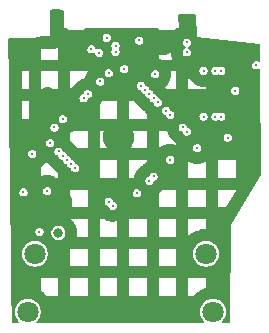
<source format=gbr>
%TF.GenerationSoftware,KiCad,Pcbnew,9.0.6*%
%TF.CreationDate,2026-01-02T14:09:45+01:00*%
%TF.ProjectId,Expansion_Card_Retrofit,45787061-6e73-4696-9f6e-5f436172645f,X1*%
%TF.SameCoordinates,Original*%
%TF.FileFunction,Copper,L2,Inr*%
%TF.FilePolarity,Positive*%
%FSLAX46Y46*%
G04 Gerber Fmt 4.6, Leading zero omitted, Abs format (unit mm)*
G04 Created by KiCad (PCBNEW 9.0.6) date 2026-01-02 14:09:45*
%MOMM*%
%LPD*%
G01*
G04 APERTURE LIST*
%TA.AperFunction,ComponentPad*%
%ADD10C,1.800000*%
%TD*%
%TA.AperFunction,ViaPad*%
%ADD11C,0.300000*%
%TD*%
%TA.AperFunction,ViaPad*%
%ADD12C,0.800000*%
%TD*%
G04 APERTURE END LIST*
D10*
%TO.N,unconnected-(J1-PadSH)*%
%TO.C,J1*%
X132050000Y-152900000D03*
X132650000Y-148000000D03*
X147150000Y-148000000D03*
X147750000Y-152900000D03*
%TD*%
D11*
%TO.N,Net-(U1-HDMIRXHPD)*%
X133050000Y-146150000D03*
%TO.N,+1V1*%
X142850000Y-132800000D03*
%TO.N,Net-(U4-EN1)*%
X147950000Y-132512500D03*
X147950000Y-136387500D03*
%TO.N,+1V1*%
X145520000Y-130950000D03*
%TO.N,+2V5*%
X148987500Y-138170000D03*
%TO.N,+3.3V*%
X146402500Y-139050000D03*
%TO.N,+5V*%
X148450000Y-136387500D03*
X146950000Y-136387500D03*
%TO.N,GND*%
X145762500Y-135700000D03*
%TO.N,+5V*%
X146950000Y-132512500D03*
%TO.N,GND*%
X149637500Y-135700000D03*
X149637500Y-134700000D03*
%TO.N,+5V*%
X149637500Y-134200000D03*
%TO.N,GND*%
X151452500Y-134500000D03*
X149637500Y-133200000D03*
%TO.N,+1V2*%
X151402500Y-132050000D03*
%TO.N,+5V*%
X148450000Y-132512500D03*
D12*
%TO.N,GND*%
X134450000Y-128300000D03*
X132135000Y-146035000D03*
D11*
X133960563Y-137663864D03*
D12*
X133750000Y-135250000D03*
X134500000Y-143700000D03*
X136580000Y-129890000D03*
X139750000Y-138150000D03*
X143420000Y-129890000D03*
X145550000Y-128300000D03*
D11*
%TO.N,+1V1*%
X136081884Y-140757456D03*
X138910311Y-132714117D03*
%TO.N,+3.3V*%
X139263864Y-143939437D03*
X141296796Y-142878777D03*
X144125223Y-140050349D03*
X142711010Y-141464563D03*
%TO.N,+1V1*%
X141650349Y-133774777D03*
X143771670Y-135896097D03*
X142357456Y-134481884D03*
%TO.N,+2V5*%
X138910311Y-143585883D03*
X138203204Y-133421223D03*
X137142544Y-134481884D03*
%TO.N,+1V1*%
X136788990Y-134835437D03*
X142357456Y-141818116D03*
%TO.N,+3.3V*%
X143064563Y-135188990D03*
X144125223Y-136249651D03*
X145185883Y-137310311D03*
D12*
%TO.N,Net-(J1-HPD)*%
X134650000Y-146250000D03*
D11*
%TO.N,Net-(P2-TX1-)*%
X138100000Y-131000000D03*
%TO.N,Net-(P2-TX1+)*%
X137450000Y-130700000D03*
%TO.N,Net-(P2-RX1-)*%
X139500000Y-130376200D03*
%TO.N,Net-(P2-RX1+)*%
X139500000Y-130900000D03*
%TO.N,+3.3V*%
X140236136Y-132360563D03*
X134314117Y-137310311D03*
X145539437Y-137663864D03*
X133960563Y-138636136D03*
%TO.N,SPIMOSI*%
X134667670Y-139343243D03*
%TO.N,SPICLK*%
X135021223Y-139696796D03*
X132450000Y-139550000D03*
X131700000Y-142800000D03*
%TO.N,SPIMISO*%
X135374777Y-140050349D03*
%TO.N,SPICS*%
X135728330Y-140403903D03*
%TO.N,+5V*%
X138749999Y-129712483D03*
X145535000Y-130115000D03*
X141500000Y-129950000D03*
X133710000Y-142700000D03*
%TO.N,Net-(U1-SSTXM)*%
X142711010Y-134835437D03*
%TO.N,Net-(U1-SSTXP)*%
X142003903Y-134128330D03*
%TO.N,Net-(U1-HDMIRXHPD)*%
X135021223Y-136603204D03*
%TD*%
%TA.AperFunction,Conductor*%
%TO.N,GND*%
G36*
X134808059Y-127326561D02*
G01*
X134906623Y-127339537D01*
X134937890Y-127347915D01*
X134982649Y-127366454D01*
X135022168Y-127382823D01*
X135050195Y-127399004D01*
X135103362Y-127439801D01*
X135144563Y-127496227D01*
X135151874Y-127538175D01*
X135151874Y-128892951D01*
X135275525Y-128892951D01*
X135342564Y-128912636D01*
X135363210Y-128929274D01*
X135366965Y-128933029D01*
X135366966Y-128933030D01*
X135366968Y-128933032D01*
X135450384Y-128993637D01*
X135548446Y-129025500D01*
X135589438Y-129025500D01*
X135640631Y-129025500D01*
X135688084Y-129034939D01*
X135689438Y-129035500D01*
X136701553Y-129035500D01*
X136701554Y-129035500D01*
X136799616Y-129003637D01*
X136883032Y-128943032D01*
X136883034Y-128943028D01*
X136889936Y-128936129D01*
X136891085Y-128937278D01*
X136937605Y-128901402D01*
X136982599Y-128892951D01*
X143017401Y-128892951D01*
X143084440Y-128912636D01*
X143109699Y-128936493D01*
X143110064Y-128936129D01*
X143116966Y-128943030D01*
X143116967Y-128943030D01*
X143116968Y-128943032D01*
X143200384Y-129003637D01*
X143298446Y-129035500D01*
X143298447Y-129035500D01*
X144310562Y-129035500D01*
X144311916Y-129034939D01*
X144359369Y-129025500D01*
X144451553Y-129025500D01*
X144451554Y-129025500D01*
X144549616Y-128993637D01*
X144633032Y-128933032D01*
X144633034Y-128933028D01*
X144636790Y-128929274D01*
X144698111Y-128895786D01*
X144724475Y-128892951D01*
X144851873Y-128892951D01*
X144851874Y-128892951D01*
X144807256Y-127822113D01*
X144824133Y-127754312D01*
X144874987Y-127706399D01*
X144931149Y-127692951D01*
X146181013Y-127692951D01*
X146248052Y-127712636D01*
X146293807Y-127765440D01*
X146304972Y-127813773D01*
X146351873Y-129642950D01*
X146351874Y-129642951D01*
X151640356Y-130237669D01*
X151704774Y-130264722D01*
X151744341Y-130322308D01*
X151750496Y-130360333D01*
X151756235Y-131634173D01*
X151736852Y-131701301D01*
X151684255Y-131747293D01*
X151615142Y-131757548D01*
X151570237Y-131742119D01*
X151537795Y-131723388D01*
X151537790Y-131723387D01*
X151537789Y-131723386D01*
X151537788Y-131723386D01*
X151448644Y-131699500D01*
X151356356Y-131699500D01*
X151267212Y-131723386D01*
X151267211Y-131723386D01*
X151267209Y-131723387D01*
X151267206Y-131723388D01*
X151187294Y-131769526D01*
X151187285Y-131769533D01*
X151122033Y-131834785D01*
X151122026Y-131834794D01*
X151075888Y-131914706D01*
X151075887Y-131914709D01*
X151075886Y-131914711D01*
X151075886Y-131914712D01*
X151052000Y-132003856D01*
X151052000Y-132096144D01*
X151065184Y-132145348D01*
X151075887Y-132185290D01*
X151075888Y-132185293D01*
X151122026Y-132265205D01*
X151122029Y-132265209D01*
X151122031Y-132265212D01*
X151187288Y-132330469D01*
X151187291Y-132330470D01*
X151187294Y-132330473D01*
X151267206Y-132376611D01*
X151267207Y-132376611D01*
X151267212Y-132376614D01*
X151356356Y-132400500D01*
X151356358Y-132400500D01*
X151448642Y-132400500D01*
X151448644Y-132400500D01*
X151537788Y-132376614D01*
X151573965Y-132355726D01*
X151641864Y-132339252D01*
X151707891Y-132362103D01*
X151751083Y-132417023D01*
X151759966Y-132462553D01*
X151799842Y-141315002D01*
X151781837Y-141379914D01*
X149249999Y-145549999D01*
X149202585Y-153769666D01*
X149182514Y-153836591D01*
X149129447Y-153882041D01*
X149078587Y-153892951D01*
X148612753Y-153892951D01*
X148545714Y-153873266D01*
X148499959Y-153820462D01*
X148490015Y-153751304D01*
X148519040Y-153687748D01*
X148525072Y-153681270D01*
X148589414Y-153616928D01*
X148691232Y-153476788D01*
X148769873Y-153322445D01*
X148823402Y-153157701D01*
X148850500Y-152986611D01*
X148850500Y-152813389D01*
X148823402Y-152642299D01*
X148769873Y-152477555D01*
X148691232Y-152323212D01*
X148589414Y-152183072D01*
X148466928Y-152060586D01*
X148326788Y-151958768D01*
X148172445Y-151880127D01*
X148007701Y-151826598D01*
X148007699Y-151826597D01*
X148007698Y-151826597D01*
X147876271Y-151805781D01*
X147836611Y-151799500D01*
X147663389Y-151799500D01*
X147623728Y-151805781D01*
X147492302Y-151826597D01*
X147327552Y-151880128D01*
X147173211Y-151958768D01*
X147093256Y-152016859D01*
X147033072Y-152060586D01*
X147033070Y-152060588D01*
X147033069Y-152060588D01*
X146910588Y-152183069D01*
X146910588Y-152183070D01*
X146910586Y-152183072D01*
X146866859Y-152243256D01*
X146808768Y-152323211D01*
X146730128Y-152477552D01*
X146676597Y-152642302D01*
X146649500Y-152813389D01*
X146649500Y-152986611D01*
X146676598Y-153157701D01*
X146730127Y-153322445D01*
X146808768Y-153476788D01*
X146910586Y-153616928D01*
X146910588Y-153616930D01*
X146974928Y-153681270D01*
X147008413Y-153742593D01*
X147003429Y-153812285D01*
X146961557Y-153868218D01*
X146896093Y-153892635D01*
X146887247Y-153892951D01*
X132912753Y-153892951D01*
X132845714Y-153873266D01*
X132799959Y-153820462D01*
X132790015Y-153751304D01*
X132819040Y-153687748D01*
X132825072Y-153681270D01*
X132889414Y-153616928D01*
X132991232Y-153476788D01*
X133069873Y-153322445D01*
X133123402Y-153157701D01*
X133150500Y-152986611D01*
X133150500Y-152813389D01*
X133123402Y-152642299D01*
X133069873Y-152477555D01*
X132991232Y-152323212D01*
X132889414Y-152183072D01*
X132766928Y-152060586D01*
X132626788Y-151958768D01*
X132472445Y-151880127D01*
X132307701Y-151826598D01*
X132307699Y-151826597D01*
X132307698Y-151826597D01*
X132176271Y-151805781D01*
X132136611Y-151799500D01*
X131963389Y-151799500D01*
X131923728Y-151805781D01*
X131792302Y-151826597D01*
X131627552Y-151880128D01*
X131473211Y-151958768D01*
X131393256Y-152016859D01*
X131333072Y-152060586D01*
X131333070Y-152060588D01*
X131333069Y-152060588D01*
X131210588Y-152183069D01*
X131210588Y-152183070D01*
X131210586Y-152183072D01*
X131166859Y-152243256D01*
X131108768Y-152323211D01*
X131030128Y-152477552D01*
X130976597Y-152642302D01*
X130949500Y-152813389D01*
X130949500Y-152986611D01*
X130976598Y-153157701D01*
X131030127Y-153322445D01*
X131108768Y-153476788D01*
X131210586Y-153616928D01*
X131210588Y-153616930D01*
X131274928Y-153681270D01*
X131308413Y-153742593D01*
X131303429Y-153812285D01*
X131261557Y-153868218D01*
X131196093Y-153892635D01*
X131187247Y-153892951D01*
X130824346Y-153892951D01*
X130757307Y-153873266D01*
X130711552Y-153820462D01*
X130700356Y-153770488D01*
X130667375Y-151110028D01*
X133151824Y-151110028D01*
X133164946Y-151118069D01*
X133169046Y-151120694D01*
X133193544Y-151137062D01*
X133197542Y-151139848D01*
X133369399Y-151264711D01*
X133373282Y-151267651D01*
X133396415Y-151285888D01*
X133400178Y-151288976D01*
X133429985Y-151314434D01*
X133433625Y-151317669D01*
X133455253Y-151337662D01*
X133458762Y-151341036D01*
X133608964Y-151491238D01*
X133612338Y-151494747D01*
X133632331Y-151516375D01*
X133635566Y-151520015D01*
X133661024Y-151549822D01*
X133664112Y-151553585D01*
X133681389Y-151575500D01*
X134653824Y-151575500D01*
X135651824Y-151575500D01*
X137153824Y-151575500D01*
X138151824Y-151575500D01*
X139653824Y-151575500D01*
X140651824Y-151575500D01*
X142153824Y-151575500D01*
X143151824Y-151575500D01*
X144653824Y-151575500D01*
X145651824Y-151575500D01*
X146118611Y-151575500D01*
X146135888Y-151553585D01*
X146138976Y-151549822D01*
X146164434Y-151520015D01*
X146167669Y-151516375D01*
X146187662Y-151494747D01*
X146191036Y-151491238D01*
X146341238Y-151341036D01*
X146344747Y-151337662D01*
X146366375Y-151317669D01*
X146370015Y-151314434D01*
X146399822Y-151288976D01*
X146403585Y-151285888D01*
X146426718Y-151267651D01*
X146430601Y-151264711D01*
X146602458Y-151139848D01*
X146606456Y-151137062D01*
X146630954Y-151120694D01*
X146635054Y-151118069D01*
X146668479Y-151097587D01*
X146672676Y-151095127D01*
X146698372Y-151080736D01*
X146702668Y-151078440D01*
X146891949Y-150981997D01*
X146896334Y-150979871D01*
X146923108Y-150967529D01*
X146927574Y-150965575D01*
X146963790Y-150950577D01*
X146968320Y-150948805D01*
X146995931Y-150938620D01*
X147000527Y-150937026D01*
X147153824Y-150887216D01*
X147153824Y-150098500D01*
X147043779Y-150098500D01*
X147038907Y-150098404D01*
X147009455Y-150097246D01*
X147004594Y-150096959D01*
X146965515Y-150093882D01*
X146960669Y-150093405D01*
X146931436Y-150089944D01*
X146926617Y-150089277D01*
X146827004Y-150073500D01*
X145651824Y-150073500D01*
X145651824Y-151575500D01*
X144653824Y-151575500D01*
X144653824Y-150073500D01*
X143151824Y-150073500D01*
X143151824Y-151575500D01*
X142153824Y-151575500D01*
X142153824Y-150073500D01*
X140651824Y-150073500D01*
X140651824Y-151575500D01*
X139653824Y-151575500D01*
X139653824Y-150073500D01*
X138151824Y-150073500D01*
X138151824Y-151575500D01*
X137153824Y-151575500D01*
X137153824Y-150073500D01*
X135651824Y-150073500D01*
X135651824Y-151575500D01*
X134653824Y-151575500D01*
X134653824Y-150073500D01*
X133151824Y-150073500D01*
X133151824Y-151110028D01*
X130667375Y-151110028D01*
X130627747Y-147913389D01*
X131549500Y-147913389D01*
X131549500Y-148086611D01*
X131576598Y-148257701D01*
X131630127Y-148422445D01*
X131708768Y-148576788D01*
X131810586Y-148716928D01*
X131933072Y-148839414D01*
X132073212Y-148941232D01*
X132227555Y-149019873D01*
X132392299Y-149073402D01*
X132563389Y-149100500D01*
X132563390Y-149100500D01*
X132736610Y-149100500D01*
X132736611Y-149100500D01*
X132894455Y-149075500D01*
X135651824Y-149075500D01*
X137153824Y-149075500D01*
X138151824Y-149075500D01*
X139653824Y-149075500D01*
X140651824Y-149075500D01*
X142153824Y-149075500D01*
X143151824Y-149075500D01*
X144653824Y-149075500D01*
X144653824Y-147913389D01*
X146049500Y-147913389D01*
X146049500Y-148086611D01*
X146076598Y-148257701D01*
X146130127Y-148422445D01*
X146208768Y-148576788D01*
X146310586Y-148716928D01*
X146433072Y-148839414D01*
X146573212Y-148941232D01*
X146727555Y-149019873D01*
X146892299Y-149073402D01*
X147063389Y-149100500D01*
X147063390Y-149100500D01*
X147236610Y-149100500D01*
X147236611Y-149100500D01*
X147407701Y-149073402D01*
X147572445Y-149019873D01*
X147726788Y-148941232D01*
X147866928Y-148839414D01*
X147989414Y-148716928D01*
X148091232Y-148576788D01*
X148169873Y-148422445D01*
X148223402Y-148257701D01*
X148250500Y-148086611D01*
X148250500Y-147913389D01*
X148223402Y-147742299D01*
X148169873Y-147577555D01*
X148091232Y-147423212D01*
X147989414Y-147283072D01*
X147866928Y-147160586D01*
X147726788Y-147058768D01*
X147572445Y-146980127D01*
X147407701Y-146926598D01*
X147407699Y-146926597D01*
X147407698Y-146926597D01*
X147276271Y-146905781D01*
X147236611Y-146899500D01*
X147063389Y-146899500D01*
X147023728Y-146905781D01*
X146892302Y-146926597D01*
X146727552Y-146980128D01*
X146573211Y-147058768D01*
X146493256Y-147116859D01*
X146433072Y-147160586D01*
X146433070Y-147160588D01*
X146433069Y-147160588D01*
X146310588Y-147283069D01*
X146310588Y-147283070D01*
X146310586Y-147283072D01*
X146290828Y-147310267D01*
X146208768Y-147423211D01*
X146130128Y-147577552D01*
X146076597Y-147742302D01*
X146049500Y-147913389D01*
X144653824Y-147913389D01*
X144653824Y-147573500D01*
X143151824Y-147573500D01*
X143151824Y-149075500D01*
X142153824Y-149075500D01*
X142153824Y-147573500D01*
X140651824Y-147573500D01*
X140651824Y-149075500D01*
X139653824Y-149075500D01*
X139653824Y-147573500D01*
X138151824Y-147573500D01*
X138151824Y-149075500D01*
X137153824Y-149075500D01*
X137153824Y-147573500D01*
X135651824Y-147573500D01*
X135651824Y-149075500D01*
X132894455Y-149075500D01*
X132907701Y-149073402D01*
X133072445Y-149019873D01*
X133226788Y-148941232D01*
X133366928Y-148839414D01*
X133489414Y-148716928D01*
X133591232Y-148576788D01*
X133669873Y-148422445D01*
X133723402Y-148257701D01*
X133750500Y-148086611D01*
X133750500Y-147913389D01*
X133723402Y-147742299D01*
X133669873Y-147577555D01*
X133591232Y-147423212D01*
X133489414Y-147283072D01*
X133366928Y-147160586D01*
X133226788Y-147058768D01*
X133072445Y-146980127D01*
X132907701Y-146926598D01*
X132907699Y-146926597D01*
X132907698Y-146926597D01*
X132776271Y-146905781D01*
X132736611Y-146899500D01*
X132563389Y-146899500D01*
X132523728Y-146905781D01*
X132392302Y-146926597D01*
X132227552Y-146980128D01*
X132073211Y-147058768D01*
X131993256Y-147116859D01*
X131933072Y-147160586D01*
X131933070Y-147160588D01*
X131933069Y-147160588D01*
X131810588Y-147283069D01*
X131810588Y-147283070D01*
X131810586Y-147283072D01*
X131790828Y-147310267D01*
X131708768Y-147423211D01*
X131630128Y-147577552D01*
X131576597Y-147742302D01*
X131549500Y-147913389D01*
X130627747Y-147913389D01*
X130605315Y-146103856D01*
X132699500Y-146103856D01*
X132699500Y-146196144D01*
X132711210Y-146239848D01*
X132723387Y-146285290D01*
X132723388Y-146285293D01*
X132769526Y-146365205D01*
X132769529Y-146365209D01*
X132769531Y-146365212D01*
X132834788Y-146430469D01*
X132834791Y-146430470D01*
X132834794Y-146430473D01*
X132914706Y-146476611D01*
X132914707Y-146476611D01*
X132914712Y-146476614D01*
X133003856Y-146500500D01*
X133003858Y-146500500D01*
X133096142Y-146500500D01*
X133096144Y-146500500D01*
X133185288Y-146476614D01*
X133265212Y-146430469D01*
X133330469Y-146365212D01*
X133376614Y-146285288D01*
X133400500Y-146196144D01*
X133400500Y-146170943D01*
X134049500Y-146170943D01*
X134049500Y-146329057D01*
X134076675Y-146430473D01*
X134090423Y-146481783D01*
X134090426Y-146481790D01*
X134169475Y-146618709D01*
X134169479Y-146618714D01*
X134169480Y-146618716D01*
X134281284Y-146730520D01*
X134281286Y-146730521D01*
X134281290Y-146730524D01*
X134418209Y-146809573D01*
X134418216Y-146809577D01*
X134570943Y-146850500D01*
X134570945Y-146850500D01*
X134729055Y-146850500D01*
X134729057Y-146850500D01*
X134881784Y-146809577D01*
X135018716Y-146730520D01*
X135130520Y-146618716D01*
X135209577Y-146481784D01*
X135250500Y-146329057D01*
X135250500Y-146170943D01*
X135209577Y-146018216D01*
X135182542Y-145971389D01*
X135130524Y-145881290D01*
X135130518Y-145881282D01*
X135018717Y-145769481D01*
X135018709Y-145769475D01*
X134881790Y-145690426D01*
X134881786Y-145690424D01*
X134881784Y-145690423D01*
X134729057Y-145649500D01*
X134570943Y-145649500D01*
X134418216Y-145690423D01*
X134418209Y-145690426D01*
X134281290Y-145769475D01*
X134281282Y-145769481D01*
X134169481Y-145881282D01*
X134169475Y-145881290D01*
X134090426Y-146018209D01*
X134090423Y-146018216D01*
X134049500Y-146170943D01*
X133400500Y-146170943D01*
X133400500Y-146103856D01*
X133376614Y-146014712D01*
X133376611Y-146014706D01*
X133330473Y-145934794D01*
X133330470Y-145934791D01*
X133330469Y-145934788D01*
X133265212Y-145869531D01*
X133265209Y-145869529D01*
X133265205Y-145869526D01*
X133185293Y-145823388D01*
X133185290Y-145823387D01*
X133185289Y-145823386D01*
X133185288Y-145823386D01*
X133096144Y-145799500D01*
X133003856Y-145799500D01*
X132914712Y-145823386D01*
X132914711Y-145823386D01*
X132914709Y-145823387D01*
X132914706Y-145823388D01*
X132834794Y-145869526D01*
X132834785Y-145869533D01*
X132769533Y-145934785D01*
X132769526Y-145934794D01*
X132723388Y-146014706D01*
X132723387Y-146014709D01*
X132723386Y-146014711D01*
X132723386Y-146014712D01*
X132699500Y-146103856D01*
X130605315Y-146103856D01*
X130592542Y-145073500D01*
X135734120Y-145073500D01*
X135859317Y-145198697D01*
X135864863Y-145204618D01*
X135897234Y-145241529D01*
X135902380Y-145247799D01*
X135942171Y-145299652D01*
X135946900Y-145306251D01*
X135974188Y-145347090D01*
X135978474Y-145353982D01*
X136090214Y-145547524D01*
X136094038Y-145554679D01*
X136115758Y-145598723D01*
X136119108Y-145606117D01*
X136144118Y-145666500D01*
X136146975Y-145674091D01*
X136162758Y-145720586D01*
X136165114Y-145728352D01*
X136222951Y-145944206D01*
X136224793Y-145952106D01*
X136234372Y-146000260D01*
X136235694Y-146008264D01*
X136244227Y-146073065D01*
X136245023Y-146081144D01*
X136248235Y-146130150D01*
X136248500Y-146138260D01*
X136248500Y-146361740D01*
X136248235Y-146369850D01*
X136245023Y-146418856D01*
X136244227Y-146426935D01*
X136235694Y-146491736D01*
X136234372Y-146499740D01*
X136224793Y-146547894D01*
X136222951Y-146555794D01*
X136217671Y-146575500D01*
X137153824Y-146575500D01*
X138151824Y-146575500D01*
X139653824Y-146575500D01*
X140651824Y-146575500D01*
X142153824Y-146575500D01*
X143151824Y-146575500D01*
X144653824Y-146575500D01*
X144653824Y-146530450D01*
X145651824Y-146530450D01*
X145741238Y-146441036D01*
X145744747Y-146437662D01*
X145766375Y-146417669D01*
X145770015Y-146414434D01*
X145799822Y-146388976D01*
X145803585Y-146385888D01*
X145826718Y-146367651D01*
X145830601Y-146364711D01*
X146002458Y-146239848D01*
X146006456Y-146237062D01*
X146030954Y-146220694D01*
X146035054Y-146218069D01*
X146068479Y-146197587D01*
X146072676Y-146195127D01*
X146098372Y-146180736D01*
X146102668Y-146178440D01*
X146291949Y-146081997D01*
X146296334Y-146079871D01*
X146323108Y-146067529D01*
X146327574Y-146065575D01*
X146363790Y-146050577D01*
X146368320Y-146048805D01*
X146395931Y-146038620D01*
X146400527Y-146037026D01*
X146602535Y-145971389D01*
X146607195Y-145969975D01*
X146635537Y-145961982D01*
X146640242Y-145960755D01*
X146678359Y-145951602D01*
X146683120Y-145950557D01*
X146712021Y-145944808D01*
X146716815Y-145943952D01*
X146926617Y-145910723D01*
X146931436Y-145910056D01*
X146960669Y-145906595D01*
X146965515Y-145906118D01*
X147004594Y-145903041D01*
X147009455Y-145902754D01*
X147038907Y-145901596D01*
X147043779Y-145901500D01*
X147153824Y-145901500D01*
X147153824Y-145073500D01*
X145651824Y-145073500D01*
X145651824Y-146530450D01*
X144653824Y-146530450D01*
X144653824Y-145073500D01*
X143151824Y-145073500D01*
X143151824Y-146575500D01*
X142153824Y-146575500D01*
X142153824Y-145073500D01*
X140651824Y-145073500D01*
X140651824Y-146575500D01*
X139653824Y-146575500D01*
X139653824Y-145231017D01*
X139536745Y-145262388D01*
X139528845Y-145264230D01*
X139480691Y-145273809D01*
X139472687Y-145275131D01*
X139407886Y-145283664D01*
X139399807Y-145284460D01*
X139350801Y-145287672D01*
X139342691Y-145287937D01*
X139185037Y-145287937D01*
X139176927Y-145287672D01*
X139127921Y-145284460D01*
X139119842Y-145283664D01*
X139055041Y-145275131D01*
X139047037Y-145273809D01*
X138998883Y-145264230D01*
X138990983Y-145262388D01*
X138838716Y-145221589D01*
X138830952Y-145219234D01*
X138784466Y-145203455D01*
X138776874Y-145200598D01*
X138716486Y-145175587D01*
X138709093Y-145172237D01*
X138665035Y-145150511D01*
X138657876Y-145146684D01*
X138531122Y-145073500D01*
X138151824Y-145073500D01*
X138151824Y-146575500D01*
X137153824Y-146575500D01*
X137153824Y-145073500D01*
X135734120Y-145073500D01*
X130592542Y-145073500D01*
X130563786Y-142753856D01*
X131349500Y-142753856D01*
X131349500Y-142846144D01*
X131370608Y-142924921D01*
X131373387Y-142935290D01*
X131373388Y-142935293D01*
X131419526Y-143015205D01*
X131419529Y-143015209D01*
X131419531Y-143015212D01*
X131484788Y-143080469D01*
X131484791Y-143080470D01*
X131484794Y-143080473D01*
X131564706Y-143126611D01*
X131564707Y-143126611D01*
X131564712Y-143126614D01*
X131653856Y-143150500D01*
X131653858Y-143150500D01*
X131746142Y-143150500D01*
X131746144Y-143150500D01*
X131835288Y-143126614D01*
X131915212Y-143080469D01*
X131980469Y-143015212D01*
X132026614Y-142935288D01*
X132050500Y-142846144D01*
X132050500Y-142753856D01*
X132026614Y-142664712D01*
X132026611Y-142664706D01*
X132020347Y-142653856D01*
X133359500Y-142653856D01*
X133359500Y-142746144D01*
X133382675Y-142832635D01*
X133383387Y-142835290D01*
X133383388Y-142835293D01*
X133429526Y-142915205D01*
X133429529Y-142915209D01*
X133429531Y-142915212D01*
X133494788Y-142980469D01*
X133494791Y-142980470D01*
X133494794Y-142980473D01*
X133574706Y-143026611D01*
X133574707Y-143026611D01*
X133574712Y-143026614D01*
X133663856Y-143050500D01*
X133663858Y-143050500D01*
X133756142Y-143050500D01*
X133756144Y-143050500D01*
X133779581Y-143044220D01*
X135651824Y-143044220D01*
X135722569Y-143183065D01*
X135730015Y-143201042D01*
X135788383Y-143380681D01*
X135792925Y-143399601D01*
X135822473Y-143586160D01*
X135824000Y-143605558D01*
X135824000Y-143794442D01*
X135822473Y-143813840D01*
X135792925Y-144000399D01*
X135788383Y-144019319D01*
X135770129Y-144075500D01*
X137153824Y-144075500D01*
X137153824Y-143539739D01*
X138559811Y-143539739D01*
X138559811Y-143632027D01*
X138567030Y-143658970D01*
X138583698Y-143721173D01*
X138583699Y-143721176D01*
X138629837Y-143801088D01*
X138629840Y-143801092D01*
X138629842Y-143801095D01*
X138695099Y-143866352D01*
X138695102Y-143866353D01*
X138695105Y-143866356D01*
X138775017Y-143912494D01*
X138775021Y-143912496D01*
X138775023Y-143912497D01*
X138833815Y-143928250D01*
X138893474Y-143964613D01*
X138921496Y-144015930D01*
X138937251Y-144074729D01*
X138937252Y-144074730D01*
X138983390Y-144154642D01*
X138983393Y-144154646D01*
X138983395Y-144154649D01*
X139048652Y-144219906D01*
X139048655Y-144219907D01*
X139048658Y-144219910D01*
X139128570Y-144266048D01*
X139128571Y-144266048D01*
X139128576Y-144266051D01*
X139217720Y-144289937D01*
X139217722Y-144289937D01*
X139310006Y-144289937D01*
X139310008Y-144289937D01*
X139399152Y-144266051D01*
X139479076Y-144219906D01*
X139544333Y-144154649D01*
X139590478Y-144074725D01*
X139614364Y-143985581D01*
X139614364Y-143893293D01*
X139590478Y-143804149D01*
X139584874Y-143794442D01*
X139544337Y-143724231D01*
X139544334Y-143724228D01*
X139544333Y-143724225D01*
X139479076Y-143658968D01*
X139479073Y-143658966D01*
X139479069Y-143658963D01*
X139399157Y-143612825D01*
X139399156Y-143612824D01*
X139391714Y-143610830D01*
X139340357Y-143597069D01*
X139280699Y-143560705D01*
X139252678Y-143509388D01*
X139236925Y-143450595D01*
X139236922Y-143450589D01*
X139190784Y-143370677D01*
X139190781Y-143370674D01*
X139190780Y-143370671D01*
X139125523Y-143305414D01*
X139125520Y-143305412D01*
X139125516Y-143305409D01*
X139045604Y-143259271D01*
X139045601Y-143259270D01*
X139045600Y-143259269D01*
X139045599Y-143259269D01*
X138956455Y-143235383D01*
X138864167Y-143235383D01*
X138775023Y-143259269D01*
X138775022Y-143259269D01*
X138775020Y-143259270D01*
X138775017Y-143259271D01*
X138695105Y-143305409D01*
X138695096Y-143305416D01*
X138629844Y-143370668D01*
X138629837Y-143370677D01*
X138583699Y-143450589D01*
X138583698Y-143450592D01*
X138583697Y-143450594D01*
X138583697Y-143450595D01*
X138559811Y-143539739D01*
X137153824Y-143539739D01*
X137153824Y-142832633D01*
X140946296Y-142832633D01*
X140946296Y-142924921D01*
X140961179Y-142980466D01*
X140970183Y-143014067D01*
X140970184Y-143014070D01*
X141016322Y-143093982D01*
X141016325Y-143093986D01*
X141016327Y-143093989D01*
X141081584Y-143159246D01*
X141081587Y-143159247D01*
X141081590Y-143159250D01*
X141161502Y-143205388D01*
X141161503Y-143205388D01*
X141161508Y-143205391D01*
X141250652Y-143229277D01*
X141250654Y-143229277D01*
X141342938Y-143229277D01*
X141342940Y-143229277D01*
X141432084Y-143205391D01*
X141512008Y-143159246D01*
X141577265Y-143093989D01*
X141623410Y-143014065D01*
X141647296Y-142924921D01*
X141647296Y-142912009D01*
X143151824Y-142912009D01*
X143151824Y-144075500D01*
X144653824Y-144075500D01*
X145651824Y-144075500D01*
X147153824Y-144075500D01*
X148151824Y-144075500D01*
X148830285Y-144075500D01*
X149653824Y-142719081D01*
X149653824Y-142573500D01*
X148151824Y-142573500D01*
X148151824Y-144075500D01*
X147153824Y-144075500D01*
X147153824Y-142573500D01*
X145651824Y-142573500D01*
X145651824Y-144075500D01*
X144653824Y-144075500D01*
X144653824Y-142573500D01*
X143483163Y-142573500D01*
X143473109Y-142580218D01*
X143454304Y-142608361D01*
X143449579Y-142614955D01*
X143409792Y-142666806D01*
X143404643Y-142673080D01*
X143372269Y-142709994D01*
X143366723Y-142715914D01*
X143255254Y-142827383D01*
X143249334Y-142832929D01*
X143212420Y-142865303D01*
X143206146Y-142870452D01*
X143154295Y-142910239D01*
X143151824Y-142912009D01*
X141647296Y-142912009D01*
X141647296Y-142832633D01*
X141623410Y-142743489D01*
X141609318Y-142719081D01*
X141577269Y-142663571D01*
X141577266Y-142663568D01*
X141577265Y-142663565D01*
X141512008Y-142598308D01*
X141512005Y-142598306D01*
X141512001Y-142598303D01*
X141432089Y-142552165D01*
X141432086Y-142552164D01*
X141432085Y-142552163D01*
X141432084Y-142552163D01*
X141342940Y-142528277D01*
X141250652Y-142528277D01*
X141161508Y-142552163D01*
X141161507Y-142552163D01*
X141161505Y-142552164D01*
X141161502Y-142552165D01*
X141081590Y-142598303D01*
X141081581Y-142598310D01*
X141016329Y-142663562D01*
X141016322Y-142663571D01*
X140970184Y-142743483D01*
X140970183Y-142743486D01*
X140970182Y-142743488D01*
X140970182Y-142743489D01*
X140946296Y-142832633D01*
X137153824Y-142832633D01*
X137153824Y-142573500D01*
X135651824Y-142573500D01*
X135651824Y-143044220D01*
X133779581Y-143044220D01*
X133845288Y-143026614D01*
X133925212Y-142980469D01*
X133990469Y-142915212D01*
X134036614Y-142835288D01*
X134060500Y-142746144D01*
X134060500Y-142653856D01*
X134036614Y-142564712D01*
X134029370Y-142552165D01*
X133990473Y-142484794D01*
X133990470Y-142484791D01*
X133990469Y-142484788D01*
X133925212Y-142419531D01*
X133925209Y-142419529D01*
X133925205Y-142419526D01*
X133845293Y-142373388D01*
X133845290Y-142373387D01*
X133845289Y-142373386D01*
X133845288Y-142373386D01*
X133756144Y-142349500D01*
X133663856Y-142349500D01*
X133574712Y-142373386D01*
X133574711Y-142373386D01*
X133574709Y-142373387D01*
X133574706Y-142373388D01*
X133494794Y-142419526D01*
X133494785Y-142419533D01*
X133429533Y-142484785D01*
X133429526Y-142484794D01*
X133383388Y-142564706D01*
X133383387Y-142564709D01*
X133383386Y-142564711D01*
X133383386Y-142564712D01*
X133359500Y-142653856D01*
X132020347Y-142653856D01*
X131980473Y-142584794D01*
X131980470Y-142584791D01*
X131980469Y-142584788D01*
X131915212Y-142519531D01*
X131915209Y-142519529D01*
X131915205Y-142519526D01*
X131835293Y-142473388D01*
X131835290Y-142473387D01*
X131835289Y-142473386D01*
X131835288Y-142473386D01*
X131746144Y-142449500D01*
X131653856Y-142449500D01*
X131564712Y-142473386D01*
X131564711Y-142473386D01*
X131564709Y-142473387D01*
X131564706Y-142473388D01*
X131484794Y-142519526D01*
X131484785Y-142519533D01*
X131419533Y-142584785D01*
X131419526Y-142584794D01*
X131373388Y-142664706D01*
X131373387Y-142664709D01*
X131373386Y-142664711D01*
X131373386Y-142664712D01*
X131349500Y-142753856D01*
X130563786Y-142753856D01*
X130551614Y-141771972D01*
X142006956Y-141771972D01*
X142006956Y-141864259D01*
X142030843Y-141953406D01*
X142030844Y-141953409D01*
X142076982Y-142033321D01*
X142076985Y-142033325D01*
X142076987Y-142033328D01*
X142142244Y-142098585D01*
X142142247Y-142098586D01*
X142142250Y-142098589D01*
X142222162Y-142144727D01*
X142222163Y-142144727D01*
X142222168Y-142144730D01*
X142311312Y-142168616D01*
X142311314Y-142168616D01*
X142403598Y-142168616D01*
X142403600Y-142168616D01*
X142492744Y-142144730D01*
X142572668Y-142098585D01*
X142637925Y-142033328D01*
X142684070Y-141953404D01*
X142699823Y-141894610D01*
X142736186Y-141834952D01*
X142787501Y-141806931D01*
X142846298Y-141791177D01*
X142926222Y-141745032D01*
X142991479Y-141679775D01*
X143037624Y-141599851D01*
X143061510Y-141510707D01*
X143061510Y-141418419D01*
X143037624Y-141329275D01*
X143037621Y-141329269D01*
X142991483Y-141249357D01*
X142991480Y-141249354D01*
X142991479Y-141249351D01*
X142926222Y-141184094D01*
X142926219Y-141184092D01*
X142926215Y-141184089D01*
X142846303Y-141137951D01*
X142846300Y-141137950D01*
X142846299Y-141137949D01*
X142846298Y-141137949D01*
X142757154Y-141114063D01*
X142664866Y-141114063D01*
X142575722Y-141137949D01*
X142575721Y-141137949D01*
X142575719Y-141137950D01*
X142575716Y-141137951D01*
X142495804Y-141184089D01*
X142495795Y-141184096D01*
X142430543Y-141249348D01*
X142430536Y-141249357D01*
X142384398Y-141329269D01*
X142384397Y-141329270D01*
X142384396Y-141329275D01*
X142370828Y-141379914D01*
X142368643Y-141388067D01*
X142332277Y-141447727D01*
X142280963Y-141475747D01*
X142222169Y-141491501D01*
X142222162Y-141491504D01*
X142142250Y-141537642D01*
X142142241Y-141537649D01*
X142076989Y-141602901D01*
X142076982Y-141602910D01*
X142030844Y-141682822D01*
X142030843Y-141682825D01*
X142030842Y-141682827D01*
X142030842Y-141682828D01*
X142006956Y-141771972D01*
X130551614Y-141771972D01*
X130538349Y-140701915D01*
X133151824Y-140701915D01*
X133151824Y-141468879D01*
X133155229Y-141467200D01*
X133162622Y-141463850D01*
X133223010Y-141438839D01*
X133230602Y-141435982D01*
X133277088Y-141420203D01*
X133284852Y-141417848D01*
X133437119Y-141377049D01*
X133445019Y-141375207D01*
X133493173Y-141365628D01*
X133501177Y-141364306D01*
X133565978Y-141355773D01*
X133574057Y-141354977D01*
X133623063Y-141351765D01*
X133631173Y-141351500D01*
X133788827Y-141351500D01*
X133796937Y-141351765D01*
X133845943Y-141354977D01*
X133854022Y-141355773D01*
X133918823Y-141364306D01*
X133926827Y-141365628D01*
X133974981Y-141375207D01*
X133982881Y-141377049D01*
X134135148Y-141417848D01*
X134142912Y-141420203D01*
X134189398Y-141435982D01*
X134196990Y-141438839D01*
X134257378Y-141463850D01*
X134264771Y-141467200D01*
X134308829Y-141488926D01*
X134315988Y-141492753D01*
X134452523Y-141571584D01*
X134458821Y-141575500D01*
X134653824Y-141575500D01*
X138151824Y-141575500D01*
X139653824Y-141575500D01*
X140651824Y-141575500D01*
X140950489Y-141575500D01*
X141023915Y-141555826D01*
X141031815Y-141553984D01*
X141032522Y-141553843D01*
X141032663Y-141553135D01*
X141034505Y-141545235D01*
X141075304Y-141392968D01*
X141077659Y-141385204D01*
X141093438Y-141338718D01*
X141096295Y-141331126D01*
X141121306Y-141270738D01*
X141124656Y-141263345D01*
X141146382Y-141219287D01*
X141150209Y-141212128D01*
X141229040Y-141075593D01*
X141233325Y-141068701D01*
X141260608Y-141027871D01*
X141265333Y-141021277D01*
X141305120Y-140969426D01*
X141310269Y-140963152D01*
X141342643Y-140926238D01*
X141348189Y-140920318D01*
X141459658Y-140808849D01*
X141465578Y-140803303D01*
X141502492Y-140770929D01*
X141508766Y-140765780D01*
X141560617Y-140725993D01*
X141567211Y-140721268D01*
X141595356Y-140702460D01*
X141614162Y-140674318D01*
X141618887Y-140667724D01*
X141658674Y-140615873D01*
X141663823Y-140609599D01*
X141696197Y-140572685D01*
X141701743Y-140566765D01*
X141813212Y-140455296D01*
X141819132Y-140449750D01*
X141856046Y-140417376D01*
X141862320Y-140412227D01*
X141914171Y-140372440D01*
X141920765Y-140367715D01*
X141961595Y-140340432D01*
X141968487Y-140336147D01*
X142105022Y-140257316D01*
X142112181Y-140253489D01*
X142153824Y-140232953D01*
X142153824Y-140073500D01*
X140651824Y-140073500D01*
X140651824Y-141575500D01*
X139653824Y-141575500D01*
X139653824Y-140073500D01*
X138151824Y-140073500D01*
X138151824Y-141575500D01*
X134653824Y-141575500D01*
X134653824Y-141223700D01*
X134636207Y-141200742D01*
X134631482Y-141194148D01*
X134612674Y-141166002D01*
X134584532Y-141147197D01*
X134577938Y-141142472D01*
X134526087Y-141102685D01*
X134519813Y-141097536D01*
X134482899Y-141065162D01*
X134476979Y-141059616D01*
X134365510Y-140948147D01*
X134359964Y-140942227D01*
X134327590Y-140905313D01*
X134322441Y-140899039D01*
X134282654Y-140847188D01*
X134277929Y-140840594D01*
X134259123Y-140812451D01*
X134230978Y-140793644D01*
X134224384Y-140788919D01*
X134172533Y-140749132D01*
X134166259Y-140743983D01*
X134129345Y-140711609D01*
X134123425Y-140706063D01*
X134011956Y-140594594D01*
X134006410Y-140588674D01*
X133974036Y-140551760D01*
X133968887Y-140545486D01*
X133929100Y-140493635D01*
X133924375Y-140487041D01*
X133905568Y-140458897D01*
X133877425Y-140440091D01*
X133870831Y-140435366D01*
X133818980Y-140395579D01*
X133812706Y-140390430D01*
X133775792Y-140358056D01*
X133769872Y-140352510D01*
X133658403Y-140241041D01*
X133652857Y-140235121D01*
X133627953Y-140206724D01*
X133578416Y-140292523D01*
X133574131Y-140299415D01*
X133546848Y-140340245D01*
X133542123Y-140346839D01*
X133502336Y-140398690D01*
X133497187Y-140404964D01*
X133464813Y-140441878D01*
X133459267Y-140447798D01*
X133347798Y-140559267D01*
X133341878Y-140564813D01*
X133304964Y-140597187D01*
X133298690Y-140602336D01*
X133246839Y-140642123D01*
X133240245Y-140646848D01*
X133199415Y-140674131D01*
X133192523Y-140678417D01*
X133151824Y-140701915D01*
X130538349Y-140701915D01*
X130523497Y-139503856D01*
X132099500Y-139503856D01*
X132099500Y-139596144D01*
X132119722Y-139671615D01*
X132123387Y-139685290D01*
X132123388Y-139685293D01*
X132169526Y-139765205D01*
X132169529Y-139765209D01*
X132169531Y-139765212D01*
X132234788Y-139830469D01*
X132234791Y-139830470D01*
X132234794Y-139830473D01*
X132314706Y-139876611D01*
X132314707Y-139876611D01*
X132314712Y-139876614D01*
X132403856Y-139900500D01*
X132403858Y-139900500D01*
X132496142Y-139900500D01*
X132496144Y-139900500D01*
X132585288Y-139876614D01*
X132665212Y-139830469D01*
X132730469Y-139765212D01*
X132776614Y-139685288D01*
X132800500Y-139596144D01*
X132800500Y-139503856D01*
X132776614Y-139414712D01*
X132768408Y-139400499D01*
X132730473Y-139334794D01*
X132730470Y-139334791D01*
X132730469Y-139334788D01*
X132692780Y-139297099D01*
X134317170Y-139297099D01*
X134317170Y-139389387D01*
X134324387Y-139416322D01*
X134341057Y-139478533D01*
X134341058Y-139478536D01*
X134387196Y-139558448D01*
X134387199Y-139558452D01*
X134387201Y-139558455D01*
X134452458Y-139623712D01*
X134452461Y-139623713D01*
X134452464Y-139623716D01*
X134532376Y-139669854D01*
X134532380Y-139669856D01*
X134532382Y-139669857D01*
X134591175Y-139685610D01*
X134650834Y-139721973D01*
X134678855Y-139773289D01*
X134694609Y-139832084D01*
X134694610Y-139832086D01*
X134694611Y-139832089D01*
X134740749Y-139912001D01*
X134740752Y-139912005D01*
X134740754Y-139912008D01*
X134806011Y-139977265D01*
X134806014Y-139977266D01*
X134806017Y-139977269D01*
X134885929Y-140023407D01*
X134885930Y-140023407D01*
X134885935Y-140023410D01*
X134944729Y-140039163D01*
X135004389Y-140075528D01*
X135032410Y-140126844D01*
X135048164Y-140185641D01*
X135048165Y-140185642D01*
X135094303Y-140265554D01*
X135094306Y-140265558D01*
X135094308Y-140265561D01*
X135159565Y-140330818D01*
X135159568Y-140330819D01*
X135159571Y-140330822D01*
X135239483Y-140376960D01*
X135239487Y-140376962D01*
X135239489Y-140376963D01*
X135298281Y-140392716D01*
X135357940Y-140429079D01*
X135385961Y-140480395D01*
X135389509Y-140493635D01*
X135401717Y-140539195D01*
X135401718Y-140539196D01*
X135447856Y-140619108D01*
X135447859Y-140619112D01*
X135447861Y-140619115D01*
X135513118Y-140684372D01*
X135513121Y-140684373D01*
X135513124Y-140684376D01*
X135593036Y-140730514D01*
X135593037Y-140730514D01*
X135593042Y-140730517D01*
X135651836Y-140746270D01*
X135711496Y-140782635D01*
X135739516Y-140833949D01*
X135753277Y-140885306D01*
X135755271Y-140892748D01*
X135755272Y-140892749D01*
X135801410Y-140972661D01*
X135801413Y-140972665D01*
X135801415Y-140972668D01*
X135866672Y-141037925D01*
X135866675Y-141037926D01*
X135866678Y-141037929D01*
X135946590Y-141084067D01*
X135946591Y-141084067D01*
X135946596Y-141084070D01*
X136035740Y-141107956D01*
X136035742Y-141107956D01*
X136128026Y-141107956D01*
X136128028Y-141107956D01*
X136217172Y-141084070D01*
X136297096Y-141037925D01*
X136362353Y-140972668D01*
X136408498Y-140892744D01*
X136432384Y-140803600D01*
X136432384Y-140711312D01*
X136408498Y-140622168D01*
X136408495Y-140622162D01*
X136362357Y-140542250D01*
X136362354Y-140542247D01*
X136362353Y-140542244D01*
X136297096Y-140476987D01*
X136297093Y-140476985D01*
X136297089Y-140476982D01*
X136217177Y-140430844D01*
X136217176Y-140430843D01*
X136158377Y-140415088D01*
X136098716Y-140378722D01*
X136070697Y-140327407D01*
X136054944Y-140268615D01*
X136053177Y-140265554D01*
X136008803Y-140188697D01*
X136008800Y-140188694D01*
X136008799Y-140188691D01*
X135943542Y-140123434D01*
X135943539Y-140123432D01*
X135943535Y-140123429D01*
X135863623Y-140077291D01*
X135863622Y-140077290D01*
X135849477Y-140073500D01*
X135804823Y-140061535D01*
X135745165Y-140025171D01*
X135733717Y-140004205D01*
X143774723Y-140004205D01*
X143774723Y-140096493D01*
X143796674Y-140178416D01*
X143798610Y-140185639D01*
X143798611Y-140185642D01*
X143844749Y-140265554D01*
X143844752Y-140265558D01*
X143844754Y-140265561D01*
X143910011Y-140330818D01*
X143910014Y-140330819D01*
X143910017Y-140330822D01*
X143989929Y-140376960D01*
X143989930Y-140376960D01*
X143989935Y-140376963D01*
X144079079Y-140400849D01*
X144079081Y-140400849D01*
X144171365Y-140400849D01*
X144171367Y-140400849D01*
X144260511Y-140376963D01*
X144340435Y-140330818D01*
X144405692Y-140265561D01*
X144451837Y-140185637D01*
X144455146Y-140173288D01*
X145651824Y-140173288D01*
X145651824Y-141575500D01*
X147153824Y-141575500D01*
X148151824Y-141575500D01*
X149653824Y-141575500D01*
X149653824Y-140073500D01*
X148151824Y-140073500D01*
X148151824Y-141575500D01*
X147153824Y-141575500D01*
X147153824Y-140172855D01*
X147151915Y-140174131D01*
X147145023Y-140178416D01*
X147008488Y-140257247D01*
X147001329Y-140261074D01*
X146957271Y-140282800D01*
X146949878Y-140286150D01*
X146889490Y-140311161D01*
X146881898Y-140314018D01*
X146835412Y-140329797D01*
X146827648Y-140332152D01*
X146675381Y-140372951D01*
X146667481Y-140374793D01*
X146619327Y-140384372D01*
X146611323Y-140385694D01*
X146546522Y-140394227D01*
X146538443Y-140395023D01*
X146489437Y-140398235D01*
X146481327Y-140398500D01*
X146323673Y-140398500D01*
X146315563Y-140398235D01*
X146266557Y-140395023D01*
X146258478Y-140394227D01*
X146193677Y-140385694D01*
X146185673Y-140384372D01*
X146137519Y-140374793D01*
X146129619Y-140372951D01*
X145977352Y-140332152D01*
X145969588Y-140329797D01*
X145923102Y-140314018D01*
X145915510Y-140311161D01*
X145855122Y-140286150D01*
X145847729Y-140282800D01*
X145803671Y-140261074D01*
X145796512Y-140257247D01*
X145659977Y-140178416D01*
X145653085Y-140174131D01*
X145651824Y-140173288D01*
X144455146Y-140173288D01*
X144475723Y-140096493D01*
X144475723Y-140004205D01*
X144451837Y-139915061D01*
X144451834Y-139915055D01*
X144405696Y-139835143D01*
X144405693Y-139835140D01*
X144405692Y-139835137D01*
X144340435Y-139769880D01*
X144340432Y-139769878D01*
X144340428Y-139769875D01*
X144260516Y-139723737D01*
X144260513Y-139723736D01*
X144260512Y-139723735D01*
X144260511Y-139723735D01*
X144171367Y-139699849D01*
X144079079Y-139699849D01*
X143989935Y-139723735D01*
X143989934Y-139723735D01*
X143989932Y-139723736D01*
X143989929Y-139723737D01*
X143910017Y-139769875D01*
X143910008Y-139769882D01*
X143844756Y-139835134D01*
X143844749Y-139835143D01*
X143798611Y-139915055D01*
X143798610Y-139915058D01*
X143798609Y-139915060D01*
X143798609Y-139915061D01*
X143774723Y-140004205D01*
X135733717Y-140004205D01*
X135717144Y-139973854D01*
X135701391Y-139915061D01*
X135701388Y-139915055D01*
X135655250Y-139835143D01*
X135655247Y-139835140D01*
X135655246Y-139835137D01*
X135589989Y-139769880D01*
X135589986Y-139769878D01*
X135589982Y-139769875D01*
X135510070Y-139723737D01*
X135510069Y-139723736D01*
X135451270Y-139707981D01*
X135391609Y-139671615D01*
X135363590Y-139620300D01*
X135347837Y-139561508D01*
X135347834Y-139561502D01*
X135301696Y-139481590D01*
X135301693Y-139481587D01*
X135301692Y-139481584D01*
X135236435Y-139416327D01*
X135236432Y-139416325D01*
X135236428Y-139416322D01*
X135156516Y-139370184D01*
X135156513Y-139370183D01*
X135156512Y-139370182D01*
X135156511Y-139370182D01*
X135097716Y-139354428D01*
X135038057Y-139318064D01*
X135010037Y-139266749D01*
X134994284Y-139207955D01*
X134994283Y-139207953D01*
X134994281Y-139207949D01*
X134948143Y-139128037D01*
X134948140Y-139128034D01*
X134948139Y-139128031D01*
X134882882Y-139062774D01*
X134882879Y-139062772D01*
X134882875Y-139062769D01*
X134802963Y-139016631D01*
X134802960Y-139016630D01*
X134802959Y-139016629D01*
X134802958Y-139016629D01*
X134713814Y-138992743D01*
X134621526Y-138992743D01*
X134532382Y-139016629D01*
X134532381Y-139016629D01*
X134532379Y-139016630D01*
X134532376Y-139016631D01*
X134452464Y-139062769D01*
X134452455Y-139062776D01*
X134387203Y-139128028D01*
X134387196Y-139128037D01*
X134341058Y-139207949D01*
X134341057Y-139207952D01*
X134341057Y-139207953D01*
X134341056Y-139207955D01*
X134317170Y-139297099D01*
X132692780Y-139297099D01*
X132665212Y-139269531D01*
X132665209Y-139269529D01*
X132665205Y-139269526D01*
X132585293Y-139223388D01*
X132585290Y-139223387D01*
X132585289Y-139223386D01*
X132585288Y-139223386D01*
X132496144Y-139199500D01*
X132403856Y-139199500D01*
X132314712Y-139223386D01*
X132314711Y-139223386D01*
X132314709Y-139223387D01*
X132314706Y-139223388D01*
X132234794Y-139269526D01*
X132234785Y-139269533D01*
X132169533Y-139334785D01*
X132169526Y-139334794D01*
X132123388Y-139414706D01*
X132123387Y-139414709D01*
X132123386Y-139414711D01*
X132123386Y-139414712D01*
X132099500Y-139503856D01*
X130523497Y-139503856D01*
X130512168Y-138589992D01*
X133610063Y-138589992D01*
X133610063Y-138682280D01*
X133633715Y-138770552D01*
X133633950Y-138771426D01*
X133633951Y-138771429D01*
X133680089Y-138851341D01*
X133680092Y-138851345D01*
X133680094Y-138851348D01*
X133745351Y-138916605D01*
X133745354Y-138916606D01*
X133745357Y-138916609D01*
X133825269Y-138962747D01*
X133825270Y-138962747D01*
X133825275Y-138962750D01*
X133914419Y-138986636D01*
X133914421Y-138986636D01*
X134006705Y-138986636D01*
X134006707Y-138986636D01*
X134095851Y-138962750D01*
X134175775Y-138916605D01*
X134241032Y-138851348D01*
X134287177Y-138771424D01*
X134311063Y-138682280D01*
X134311063Y-138589992D01*
X134287177Y-138500848D01*
X134287174Y-138500842D01*
X134241036Y-138420930D01*
X134241033Y-138420927D01*
X134241032Y-138420924D01*
X134175775Y-138355667D01*
X134175772Y-138355665D01*
X134175768Y-138355662D01*
X134095856Y-138309524D01*
X134095853Y-138309523D01*
X134095852Y-138309522D01*
X134095851Y-138309522D01*
X134006707Y-138285636D01*
X133914419Y-138285636D01*
X133825275Y-138309522D01*
X133825274Y-138309522D01*
X133825272Y-138309523D01*
X133825269Y-138309524D01*
X133745357Y-138355662D01*
X133745348Y-138355669D01*
X133680096Y-138420921D01*
X133680089Y-138420930D01*
X133633951Y-138500842D01*
X133633950Y-138500845D01*
X133633949Y-138500847D01*
X133633949Y-138500848D01*
X133610063Y-138589992D01*
X130512168Y-138589992D01*
X130502328Y-137796240D01*
X135651824Y-137796240D01*
X135651824Y-138420332D01*
X135676937Y-138445445D01*
X135682483Y-138451365D01*
X135714857Y-138488279D01*
X135720006Y-138494553D01*
X135759793Y-138546404D01*
X135764518Y-138552998D01*
X135783324Y-138581141D01*
X135811468Y-138599948D01*
X135818062Y-138604673D01*
X135869913Y-138644460D01*
X135876187Y-138649609D01*
X135913101Y-138681983D01*
X135919021Y-138687529D01*
X136030490Y-138798998D01*
X136036036Y-138804918D01*
X136068410Y-138841832D01*
X136073559Y-138848106D01*
X136113346Y-138899957D01*
X136118071Y-138906551D01*
X136136876Y-138934693D01*
X136165022Y-138953501D01*
X136171616Y-138958226D01*
X136223467Y-138998013D01*
X136229741Y-139003162D01*
X136266655Y-139035536D01*
X136272575Y-139041082D01*
X136306993Y-139075500D01*
X137153824Y-139075500D01*
X138151824Y-139075500D01*
X138803081Y-139075500D01*
X140696919Y-139075500D01*
X142153824Y-139075500D01*
X143151824Y-139075500D01*
X143193007Y-139075500D01*
X143227425Y-139041082D01*
X143233345Y-139035536D01*
X143269468Y-139003856D01*
X146052000Y-139003856D01*
X146052000Y-139096144D01*
X146060543Y-139128028D01*
X146075887Y-139185290D01*
X146075888Y-139185293D01*
X146122026Y-139265205D01*
X146122029Y-139265209D01*
X146122031Y-139265212D01*
X146187288Y-139330469D01*
X146187291Y-139330470D01*
X146187294Y-139330473D01*
X146267206Y-139376611D01*
X146267207Y-139376611D01*
X146267212Y-139376614D01*
X146356356Y-139400500D01*
X146356358Y-139400500D01*
X146448642Y-139400500D01*
X146448644Y-139400500D01*
X146537788Y-139376614D01*
X146617712Y-139330469D01*
X146682969Y-139265212D01*
X146729114Y-139185288D01*
X146753000Y-139096144D01*
X146753000Y-139003856D01*
X146729114Y-138914712D01*
X146729111Y-138914706D01*
X146682973Y-138834794D01*
X146682970Y-138834791D01*
X146682969Y-138834788D01*
X146617712Y-138769531D01*
X146617709Y-138769529D01*
X146617705Y-138769526D01*
X146537793Y-138723388D01*
X146537790Y-138723387D01*
X146537789Y-138723386D01*
X146537788Y-138723386D01*
X146448644Y-138699500D01*
X146356356Y-138699500D01*
X146267212Y-138723386D01*
X146267211Y-138723386D01*
X146267209Y-138723387D01*
X146267206Y-138723388D01*
X146187294Y-138769526D01*
X146187285Y-138769533D01*
X146122033Y-138834785D01*
X146122026Y-138834794D01*
X146075888Y-138914706D01*
X146075887Y-138914709D01*
X146075886Y-138914711D01*
X146075886Y-138914712D01*
X146052000Y-139003856D01*
X143269468Y-139003856D01*
X143270259Y-139003162D01*
X143276533Y-138998013D01*
X143328384Y-138958226D01*
X143334978Y-138953501D01*
X143375808Y-138926218D01*
X143382700Y-138921933D01*
X143519235Y-138843102D01*
X143526394Y-138839275D01*
X143570452Y-138817549D01*
X143577845Y-138814199D01*
X143638233Y-138789188D01*
X143645825Y-138786331D01*
X143692311Y-138770552D01*
X143700075Y-138768197D01*
X143852342Y-138727398D01*
X143860242Y-138725556D01*
X143908396Y-138715977D01*
X143916400Y-138714655D01*
X143981201Y-138706122D01*
X143989280Y-138705326D01*
X144038286Y-138702114D01*
X144046396Y-138701849D01*
X144204050Y-138701849D01*
X144212160Y-138702114D01*
X144261166Y-138705326D01*
X144269245Y-138706122D01*
X144334046Y-138714655D01*
X144342050Y-138715977D01*
X144390204Y-138725556D01*
X144398104Y-138727398D01*
X144550371Y-138768197D01*
X144558135Y-138770552D01*
X144604621Y-138786331D01*
X144612213Y-138789188D01*
X144653824Y-138806422D01*
X144653824Y-138684171D01*
X144647559Y-138678677D01*
X144641639Y-138673131D01*
X144530170Y-138561662D01*
X144524624Y-138555742D01*
X144492250Y-138518828D01*
X144487101Y-138512554D01*
X144447314Y-138460703D01*
X144442589Y-138454109D01*
X144423783Y-138425966D01*
X144395638Y-138407159D01*
X144389044Y-138402434D01*
X144337193Y-138362647D01*
X144330919Y-138357498D01*
X144294005Y-138325124D01*
X144288085Y-138319578D01*
X144176616Y-138208109D01*
X144171070Y-138202189D01*
X144138696Y-138165275D01*
X144133547Y-138159001D01*
X144106579Y-138123856D01*
X148637000Y-138123856D01*
X148637000Y-138216144D01*
X148655620Y-138285636D01*
X148660887Y-138305290D01*
X148660888Y-138305293D01*
X148707026Y-138385205D01*
X148707029Y-138385209D01*
X148707031Y-138385212D01*
X148772288Y-138450469D01*
X148772291Y-138450470D01*
X148772294Y-138450473D01*
X148852206Y-138496611D01*
X148852207Y-138496611D01*
X148852212Y-138496614D01*
X148941356Y-138520500D01*
X148941358Y-138520500D01*
X149033642Y-138520500D01*
X149033644Y-138520500D01*
X149122788Y-138496614D01*
X149202712Y-138450469D01*
X149267969Y-138385212D01*
X149314114Y-138305288D01*
X149338000Y-138216144D01*
X149338000Y-138123856D01*
X149314114Y-138034712D01*
X149302366Y-138014364D01*
X149267973Y-137954794D01*
X149267970Y-137954791D01*
X149267969Y-137954788D01*
X149202712Y-137889531D01*
X149202709Y-137889529D01*
X149202705Y-137889526D01*
X149122793Y-137843388D01*
X149122790Y-137843387D01*
X149122789Y-137843386D01*
X149122788Y-137843386D01*
X149033644Y-137819500D01*
X148941356Y-137819500D01*
X148852212Y-137843386D01*
X148852211Y-137843386D01*
X148852209Y-137843387D01*
X148852206Y-137843388D01*
X148772294Y-137889526D01*
X148772285Y-137889533D01*
X148707033Y-137954785D01*
X148707026Y-137954794D01*
X148660888Y-138034706D01*
X148660887Y-138034709D01*
X148660886Y-138034711D01*
X148660886Y-138034712D01*
X148637000Y-138123856D01*
X144106579Y-138123856D01*
X144093760Y-138107150D01*
X144089035Y-138100556D01*
X144061752Y-138059726D01*
X144057467Y-138052834D01*
X143978636Y-137916299D01*
X143974809Y-137909140D01*
X143953083Y-137865082D01*
X143949733Y-137857689D01*
X143924722Y-137797301D01*
X143921865Y-137789709D01*
X143906086Y-137743223D01*
X143903731Y-137735459D01*
X143862932Y-137583192D01*
X143861090Y-137575292D01*
X143860949Y-137574584D01*
X143860242Y-137574444D01*
X143856194Y-137573500D01*
X143151824Y-137573500D01*
X143151824Y-139075500D01*
X142153824Y-139075500D01*
X142153824Y-137573500D01*
X140942219Y-137573500D01*
X140972569Y-137633065D01*
X140980015Y-137651042D01*
X141038383Y-137830681D01*
X141042925Y-137849601D01*
X141072473Y-138036160D01*
X141074000Y-138055558D01*
X141074000Y-138244442D01*
X141072473Y-138263840D01*
X141042925Y-138450399D01*
X141038383Y-138469319D01*
X140980015Y-138648958D01*
X140972569Y-138666935D01*
X140886817Y-138835232D01*
X140876650Y-138851822D01*
X140765627Y-139004633D01*
X140752990Y-139019429D01*
X140696919Y-139075500D01*
X138803081Y-139075500D01*
X138747010Y-139019429D01*
X138734373Y-139004633D01*
X138623350Y-138851822D01*
X138613183Y-138835232D01*
X138527431Y-138666935D01*
X138519985Y-138648958D01*
X138461617Y-138469319D01*
X138457075Y-138450399D01*
X138427527Y-138263840D01*
X138426000Y-138244442D01*
X138426000Y-138055558D01*
X138427527Y-138036160D01*
X138457075Y-137849601D01*
X138461617Y-137830681D01*
X138519985Y-137651042D01*
X138527431Y-137633065D01*
X138557781Y-137573500D01*
X138151824Y-137573500D01*
X138151824Y-139075500D01*
X137153824Y-139075500D01*
X137153824Y-137573500D01*
X135957992Y-137573500D01*
X135919021Y-137612471D01*
X135913101Y-137618017D01*
X135876187Y-137650391D01*
X135869913Y-137655540D01*
X135818062Y-137695327D01*
X135811468Y-137700052D01*
X135770638Y-137727335D01*
X135763746Y-137731620D01*
X135651824Y-137796240D01*
X130502328Y-137796240D01*
X130495732Y-137264167D01*
X133963617Y-137264167D01*
X133963617Y-137356455D01*
X133970834Y-137383390D01*
X133987504Y-137445601D01*
X133987505Y-137445604D01*
X134033643Y-137525516D01*
X134033646Y-137525520D01*
X134033648Y-137525523D01*
X134098905Y-137590780D01*
X134098908Y-137590781D01*
X134098911Y-137590784D01*
X134178823Y-137636922D01*
X134178824Y-137636922D01*
X134178829Y-137636925D01*
X134267973Y-137660811D01*
X134267975Y-137660811D01*
X134360259Y-137660811D01*
X134360261Y-137660811D01*
X134449405Y-137636925D01*
X134529329Y-137590780D01*
X134594586Y-137525523D01*
X134640731Y-137445599D01*
X134664617Y-137356455D01*
X134664617Y-137264167D01*
X144835383Y-137264167D01*
X144835383Y-137356455D01*
X144842600Y-137383390D01*
X144859270Y-137445601D01*
X144859271Y-137445604D01*
X144905409Y-137525516D01*
X144905412Y-137525520D01*
X144905414Y-137525523D01*
X144970671Y-137590780D01*
X144970674Y-137590781D01*
X144970677Y-137590784D01*
X145050589Y-137636922D01*
X145050590Y-137636922D01*
X145050595Y-137636925D01*
X145109389Y-137652678D01*
X145169049Y-137689043D01*
X145197070Y-137740359D01*
X145212824Y-137799156D01*
X145212825Y-137799157D01*
X145258963Y-137879069D01*
X145258966Y-137879073D01*
X145258968Y-137879076D01*
X145324225Y-137944333D01*
X145324228Y-137944334D01*
X145324231Y-137944337D01*
X145404143Y-137990475D01*
X145404144Y-137990475D01*
X145404149Y-137990478D01*
X145493293Y-138014364D01*
X145493295Y-138014364D01*
X145585579Y-138014364D01*
X145585581Y-138014364D01*
X145674725Y-137990478D01*
X145754649Y-137944333D01*
X145819906Y-137879076D01*
X145866051Y-137799152D01*
X145889937Y-137710008D01*
X145889937Y-137617720D01*
X145866051Y-137528576D01*
X145866048Y-137528570D01*
X145819910Y-137448658D01*
X145819907Y-137448655D01*
X145819906Y-137448652D01*
X145754649Y-137383395D01*
X145754646Y-137383393D01*
X145754642Y-137383390D01*
X145674730Y-137337252D01*
X145674729Y-137337251D01*
X145615930Y-137321496D01*
X145556269Y-137285130D01*
X145528250Y-137233815D01*
X145512497Y-137175023D01*
X145512496Y-137175021D01*
X145512494Y-137175017D01*
X145466356Y-137095105D01*
X145466353Y-137095102D01*
X145466352Y-137095099D01*
X145401095Y-137029842D01*
X145401092Y-137029840D01*
X145401088Y-137029837D01*
X145321176Y-136983699D01*
X145321173Y-136983698D01*
X145321172Y-136983697D01*
X145321171Y-136983697D01*
X145232027Y-136959811D01*
X145139739Y-136959811D01*
X145050595Y-136983697D01*
X145050594Y-136983697D01*
X145050592Y-136983698D01*
X145050589Y-136983699D01*
X144970677Y-137029837D01*
X144970668Y-137029844D01*
X144905416Y-137095096D01*
X144905409Y-137095105D01*
X144859271Y-137175017D01*
X144859270Y-137175020D01*
X144859270Y-137175021D01*
X144859269Y-137175023D01*
X144835383Y-137264167D01*
X134664617Y-137264167D01*
X134640731Y-137175023D01*
X134640728Y-137175017D01*
X134594590Y-137095105D01*
X134594587Y-137095102D01*
X134594586Y-137095099D01*
X134529329Y-137029842D01*
X134529326Y-137029840D01*
X134529322Y-137029837D01*
X134449410Y-136983699D01*
X134449407Y-136983698D01*
X134449406Y-136983697D01*
X134449405Y-136983697D01*
X134360261Y-136959811D01*
X134267973Y-136959811D01*
X134178829Y-136983697D01*
X134178828Y-136983697D01*
X134178826Y-136983698D01*
X134178823Y-136983699D01*
X134098911Y-137029837D01*
X134098902Y-137029844D01*
X134033650Y-137095096D01*
X134033643Y-137095105D01*
X133987505Y-137175017D01*
X133987504Y-137175020D01*
X133987504Y-137175021D01*
X133987503Y-137175023D01*
X133963617Y-137264167D01*
X130495732Y-137264167D01*
X130468575Y-135073500D01*
X131592660Y-135073500D01*
X131611281Y-136575500D01*
X132153824Y-136575500D01*
X132153824Y-136557060D01*
X134670723Y-136557060D01*
X134670723Y-136649348D01*
X134694477Y-136738000D01*
X134694610Y-136738494D01*
X134694611Y-136738497D01*
X134740749Y-136818409D01*
X134740752Y-136818413D01*
X134740754Y-136818416D01*
X134806011Y-136883673D01*
X134806014Y-136883674D01*
X134806017Y-136883677D01*
X134885929Y-136929815D01*
X134885930Y-136929815D01*
X134885935Y-136929818D01*
X134975079Y-136953704D01*
X134975081Y-136953704D01*
X135067365Y-136953704D01*
X135067367Y-136953704D01*
X135156511Y-136929818D01*
X135236435Y-136883673D01*
X135301692Y-136818416D01*
X135347837Y-136738492D01*
X135371723Y-136649348D01*
X135371723Y-136557060D01*
X135347837Y-136467916D01*
X135347834Y-136467910D01*
X135301696Y-136387998D01*
X135301693Y-136387995D01*
X135301692Y-136387992D01*
X135236435Y-136322735D01*
X135236432Y-136322733D01*
X135236428Y-136322730D01*
X135156516Y-136276592D01*
X135156513Y-136276591D01*
X135156512Y-136276590D01*
X135156511Y-136276590D01*
X135067367Y-136252704D01*
X134975079Y-136252704D01*
X134885935Y-136276590D01*
X134885934Y-136276590D01*
X134885932Y-136276591D01*
X134885929Y-136276592D01*
X134806017Y-136322730D01*
X134806008Y-136322737D01*
X134740756Y-136387989D01*
X134740749Y-136387998D01*
X134694611Y-136467910D01*
X134694610Y-136467913D01*
X134694609Y-136467915D01*
X134694609Y-136467916D01*
X134670723Y-136557060D01*
X132153824Y-136557060D01*
X132153824Y-135379668D01*
X138151824Y-135379668D01*
X138151824Y-136575500D01*
X139653824Y-136575500D01*
X140651824Y-136575500D01*
X142153824Y-136575500D01*
X142153824Y-136185316D01*
X142055296Y-136086788D01*
X142049750Y-136080868D01*
X142017376Y-136043954D01*
X142012227Y-136037680D01*
X141972440Y-135985829D01*
X141967715Y-135979235D01*
X141948908Y-135951091D01*
X141920765Y-135932285D01*
X141914171Y-135927560D01*
X141862320Y-135887773D01*
X141856046Y-135882624D01*
X141819132Y-135850250D01*
X141818815Y-135849953D01*
X143421170Y-135849953D01*
X143421170Y-135942241D01*
X143432849Y-135985829D01*
X143445057Y-136031387D01*
X143445058Y-136031390D01*
X143491196Y-136111302D01*
X143491199Y-136111306D01*
X143491201Y-136111309D01*
X143556458Y-136176566D01*
X143556461Y-136176567D01*
X143556464Y-136176570D01*
X143636376Y-136222708D01*
X143636380Y-136222710D01*
X143636382Y-136222711D01*
X143695174Y-136238464D01*
X143754833Y-136274827D01*
X143782855Y-136326144D01*
X143798610Y-136384943D01*
X143798611Y-136384944D01*
X143844749Y-136464856D01*
X143844752Y-136464860D01*
X143844754Y-136464863D01*
X143910011Y-136530120D01*
X143910014Y-136530121D01*
X143910017Y-136530124D01*
X143989929Y-136576262D01*
X143989930Y-136576262D01*
X143989935Y-136576265D01*
X144079079Y-136600151D01*
X144079081Y-136600151D01*
X144171365Y-136600151D01*
X144171367Y-136600151D01*
X144260511Y-136576265D01*
X144340435Y-136530120D01*
X144405692Y-136464863D01*
X144451837Y-136384939D01*
X144463515Y-136341356D01*
X146599500Y-136341356D01*
X146599500Y-136433644D01*
X146608682Y-136467913D01*
X146623387Y-136522790D01*
X146623388Y-136522793D01*
X146669526Y-136602705D01*
X146669529Y-136602709D01*
X146669531Y-136602712D01*
X146734788Y-136667969D01*
X146734791Y-136667970D01*
X146734794Y-136667973D01*
X146814706Y-136714111D01*
X146814707Y-136714111D01*
X146814712Y-136714114D01*
X146903856Y-136738000D01*
X146903858Y-136738000D01*
X146996142Y-136738000D01*
X146996144Y-136738000D01*
X147085288Y-136714114D01*
X147165212Y-136667969D01*
X147230469Y-136602712D01*
X147276614Y-136522788D01*
X147300500Y-136433644D01*
X147300500Y-136341356D01*
X147599500Y-136341356D01*
X147599500Y-136433644D01*
X147608682Y-136467913D01*
X147623387Y-136522790D01*
X147623388Y-136522793D01*
X147669526Y-136602705D01*
X147669529Y-136602709D01*
X147669531Y-136602712D01*
X147734788Y-136667969D01*
X147734791Y-136667970D01*
X147734794Y-136667973D01*
X147814706Y-136714111D01*
X147814707Y-136714111D01*
X147814712Y-136714114D01*
X147903856Y-136738000D01*
X147903858Y-136738000D01*
X147996142Y-136738000D01*
X147996144Y-136738000D01*
X148085288Y-136714114D01*
X148085292Y-136714112D01*
X148103143Y-136703805D01*
X148137998Y-136683680D01*
X148205898Y-136667207D01*
X148262000Y-136683680D01*
X148277397Y-136692569D01*
X148314709Y-136714113D01*
X148314711Y-136714113D01*
X148314712Y-136714114D01*
X148403856Y-136738000D01*
X148403858Y-136738000D01*
X148496142Y-136738000D01*
X148496144Y-136738000D01*
X148585288Y-136714114D01*
X148665212Y-136667969D01*
X148730469Y-136602712D01*
X148776614Y-136522788D01*
X148800500Y-136433644D01*
X148800500Y-136341356D01*
X148776614Y-136252212D01*
X148776611Y-136252206D01*
X148730473Y-136172294D01*
X148730470Y-136172291D01*
X148730469Y-136172288D01*
X148665212Y-136107031D01*
X148665209Y-136107029D01*
X148665205Y-136107026D01*
X148585293Y-136060888D01*
X148585290Y-136060887D01*
X148585289Y-136060886D01*
X148585288Y-136060886D01*
X148496144Y-136037000D01*
X148403856Y-136037000D01*
X148314712Y-136060886D01*
X148314711Y-136060886D01*
X148314709Y-136060887D01*
X148314708Y-136060887D01*
X148262000Y-136091319D01*
X148194100Y-136107792D01*
X148138000Y-136091319D01*
X148085290Y-136060887D01*
X148085289Y-136060886D01*
X148085288Y-136060886D01*
X147996144Y-136037000D01*
X147903856Y-136037000D01*
X147814712Y-136060886D01*
X147814711Y-136060886D01*
X147814709Y-136060887D01*
X147814706Y-136060888D01*
X147734794Y-136107026D01*
X147734785Y-136107033D01*
X147669533Y-136172285D01*
X147669526Y-136172294D01*
X147623388Y-136252206D01*
X147623387Y-136252209D01*
X147623386Y-136252211D01*
X147623386Y-136252212D01*
X147599500Y-136341356D01*
X147300500Y-136341356D01*
X147276614Y-136252212D01*
X147276611Y-136252206D01*
X147230473Y-136172294D01*
X147230470Y-136172291D01*
X147230469Y-136172288D01*
X147165212Y-136107031D01*
X147165209Y-136107029D01*
X147165205Y-136107026D01*
X147085293Y-136060888D01*
X147085290Y-136060887D01*
X147085289Y-136060886D01*
X147085288Y-136060886D01*
X146996144Y-136037000D01*
X146903856Y-136037000D01*
X146814712Y-136060886D01*
X146814711Y-136060886D01*
X146814709Y-136060887D01*
X146814706Y-136060888D01*
X146734794Y-136107026D01*
X146734785Y-136107033D01*
X146669533Y-136172285D01*
X146669526Y-136172294D01*
X146623388Y-136252206D01*
X146623387Y-136252209D01*
X146623386Y-136252211D01*
X146623386Y-136252212D01*
X146599500Y-136341356D01*
X144463515Y-136341356D01*
X144475723Y-136295795D01*
X144475723Y-136203507D01*
X144451837Y-136114363D01*
X144450070Y-136111302D01*
X144405696Y-136034445D01*
X144405693Y-136034442D01*
X144405692Y-136034439D01*
X144340435Y-135969182D01*
X144340432Y-135969180D01*
X144340428Y-135969177D01*
X144260516Y-135923039D01*
X144260515Y-135923038D01*
X144253073Y-135921044D01*
X144201716Y-135907283D01*
X144142058Y-135870919D01*
X144114037Y-135819602D01*
X144098284Y-135760809D01*
X144078946Y-135727315D01*
X144052143Y-135680891D01*
X144052140Y-135680888D01*
X144052139Y-135680885D01*
X143986882Y-135615628D01*
X143986879Y-135615626D01*
X143986875Y-135615623D01*
X143906963Y-135569485D01*
X143906960Y-135569484D01*
X143906959Y-135569483D01*
X143906958Y-135569483D01*
X143817814Y-135545597D01*
X143725526Y-135545597D01*
X143636382Y-135569483D01*
X143636381Y-135569483D01*
X143636379Y-135569484D01*
X143636376Y-135569485D01*
X143556464Y-135615623D01*
X143556455Y-135615630D01*
X143491203Y-135680882D01*
X143491196Y-135680891D01*
X143445058Y-135760803D01*
X143445057Y-135760806D01*
X143445056Y-135760808D01*
X143445056Y-135760809D01*
X143421170Y-135849953D01*
X141818815Y-135849953D01*
X141813212Y-135844704D01*
X141701743Y-135733235D01*
X141696197Y-135727315D01*
X141663823Y-135690401D01*
X141658674Y-135684127D01*
X141618887Y-135632276D01*
X141614162Y-135625682D01*
X141595356Y-135597539D01*
X141567211Y-135578732D01*
X141560617Y-135574007D01*
X141508766Y-135534220D01*
X141502492Y-135529071D01*
X141465578Y-135496697D01*
X141459658Y-135491151D01*
X141348189Y-135379682D01*
X141342643Y-135373762D01*
X141310269Y-135336848D01*
X141305120Y-135330574D01*
X141265333Y-135278723D01*
X141260608Y-135272129D01*
X141241800Y-135243983D01*
X141213658Y-135225178D01*
X141207064Y-135220453D01*
X141155213Y-135180666D01*
X141148939Y-135175517D01*
X141112025Y-135143143D01*
X141106105Y-135137597D01*
X141042008Y-135073500D01*
X140651824Y-135073500D01*
X140651824Y-136575500D01*
X139653824Y-136575500D01*
X139653824Y-135073500D01*
X138357175Y-135073500D01*
X138353618Y-135080713D01*
X138349791Y-135087872D01*
X138270960Y-135224407D01*
X138266675Y-135231299D01*
X138239392Y-135272129D01*
X138234667Y-135278723D01*
X138194880Y-135330574D01*
X138189731Y-135336848D01*
X138157357Y-135373762D01*
X138151824Y-135379668D01*
X132153824Y-135379668D01*
X132153824Y-135073500D01*
X131592660Y-135073500D01*
X130468575Y-135073500D01*
X130465052Y-134789293D01*
X136438490Y-134789293D01*
X136438490Y-134881581D01*
X136445707Y-134908516D01*
X136462377Y-134970727D01*
X136462378Y-134970730D01*
X136508516Y-135050642D01*
X136508519Y-135050646D01*
X136508521Y-135050649D01*
X136573778Y-135115906D01*
X136573781Y-135115907D01*
X136573784Y-135115910D01*
X136653696Y-135162048D01*
X136653697Y-135162048D01*
X136653702Y-135162051D01*
X136742846Y-135185937D01*
X136742848Y-135185937D01*
X136835132Y-135185937D01*
X136835134Y-135185937D01*
X136924278Y-135162051D01*
X137004202Y-135115906D01*
X137069459Y-135050649D01*
X137115604Y-134970725D01*
X137131357Y-134911931D01*
X137167720Y-134852273D01*
X137219035Y-134824252D01*
X137277832Y-134808498D01*
X137357756Y-134762353D01*
X137423013Y-134697096D01*
X137469158Y-134617172D01*
X137493044Y-134528028D01*
X137493044Y-134435740D01*
X137469158Y-134346596D01*
X137467391Y-134343535D01*
X137423017Y-134266678D01*
X137423014Y-134266675D01*
X137423013Y-134266672D01*
X137357756Y-134201415D01*
X137357753Y-134201413D01*
X137357749Y-134201410D01*
X137277837Y-134155272D01*
X137277834Y-134155271D01*
X137277833Y-134155270D01*
X137277832Y-134155270D01*
X137188688Y-134131384D01*
X137096400Y-134131384D01*
X137007256Y-134155270D01*
X137007255Y-134155270D01*
X137007253Y-134155271D01*
X137007250Y-134155272D01*
X136927338Y-134201410D01*
X136927329Y-134201417D01*
X136862077Y-134266669D01*
X136862070Y-134266678D01*
X136815932Y-134346590D01*
X136815931Y-134346591D01*
X136815930Y-134346596D01*
X136800178Y-134405386D01*
X136800177Y-134405388D01*
X136763811Y-134465048D01*
X136712497Y-134493068D01*
X136653703Y-134508822D01*
X136653696Y-134508825D01*
X136573784Y-134554963D01*
X136573775Y-134554970D01*
X136508523Y-134620222D01*
X136508516Y-134620231D01*
X136462378Y-134700143D01*
X136462377Y-134700146D01*
X136462377Y-134700147D01*
X136462376Y-134700149D01*
X136438490Y-134789293D01*
X130465052Y-134789293D01*
X130437583Y-132573500D01*
X131561669Y-132573500D01*
X131580289Y-134075500D01*
X132153824Y-134075500D01*
X132153824Y-134068825D01*
X133151824Y-134068825D01*
X133233065Y-134027431D01*
X133251042Y-134019985D01*
X133430681Y-133961617D01*
X133449601Y-133957075D01*
X133636160Y-133927527D01*
X133655558Y-133926000D01*
X133844442Y-133926000D01*
X133863840Y-133927527D01*
X134050399Y-133957075D01*
X134069319Y-133961617D01*
X134248958Y-134019985D01*
X134266935Y-134027431D01*
X134361275Y-134075500D01*
X134653824Y-134075500D01*
X135651824Y-134075500D01*
X135671890Y-134075500D01*
X135692142Y-134045192D01*
X135696867Y-134038598D01*
X135736654Y-133986747D01*
X135741803Y-133980473D01*
X135774177Y-133943559D01*
X135779723Y-133937639D01*
X135891192Y-133826170D01*
X135897112Y-133820624D01*
X135934026Y-133788250D01*
X135940300Y-133783101D01*
X135992151Y-133743314D01*
X135998745Y-133738589D01*
X136026890Y-133719781D01*
X136045696Y-133691639D01*
X136050421Y-133685045D01*
X136090208Y-133633194D01*
X136095357Y-133626920D01*
X136127731Y-133590006D01*
X136133277Y-133584086D01*
X136244746Y-133472617D01*
X136250666Y-133467071D01*
X136287580Y-133434697D01*
X136293854Y-133429548D01*
X136345705Y-133389761D01*
X136352299Y-133385036D01*
X136367200Y-133375079D01*
X137852704Y-133375079D01*
X137852704Y-133467367D01*
X137868766Y-133527313D01*
X137876591Y-133556513D01*
X137876592Y-133556516D01*
X137922730Y-133636428D01*
X137922733Y-133636432D01*
X137922735Y-133636435D01*
X137987992Y-133701692D01*
X137987995Y-133701693D01*
X137987998Y-133701696D01*
X138067910Y-133747834D01*
X138067911Y-133747834D01*
X138067916Y-133747837D01*
X138157060Y-133771723D01*
X138157062Y-133771723D01*
X138249346Y-133771723D01*
X138249348Y-133771723D01*
X138338492Y-133747837D01*
X138371754Y-133728633D01*
X141299849Y-133728633D01*
X141299849Y-133820921D01*
X141313907Y-133873388D01*
X141323736Y-133910067D01*
X141323737Y-133910070D01*
X141369875Y-133989982D01*
X141369878Y-133989986D01*
X141369880Y-133989989D01*
X141435137Y-134055246D01*
X141435140Y-134055247D01*
X141435143Y-134055250D01*
X141515055Y-134101388D01*
X141515056Y-134101388D01*
X141515061Y-134101391D01*
X141573855Y-134117144D01*
X141633515Y-134153509D01*
X141661536Y-134204825D01*
X141677290Y-134263622D01*
X141677291Y-134263623D01*
X141723429Y-134343535D01*
X141723432Y-134343539D01*
X141723434Y-134343542D01*
X141788691Y-134408799D01*
X141788694Y-134408800D01*
X141788697Y-134408803D01*
X141868609Y-134454941D01*
X141868613Y-134454943D01*
X141868615Y-134454944D01*
X141927407Y-134470697D01*
X141987066Y-134507060D01*
X142015088Y-134558377D01*
X142030843Y-134617176D01*
X142030844Y-134617177D01*
X142076982Y-134697089D01*
X142076985Y-134697093D01*
X142076987Y-134697096D01*
X142142244Y-134762353D01*
X142142247Y-134762354D01*
X142142250Y-134762357D01*
X142222162Y-134808495D01*
X142222163Y-134808495D01*
X142222168Y-134808498D01*
X142280962Y-134824251D01*
X142340622Y-134860616D01*
X142368642Y-134911930D01*
X142382403Y-134963287D01*
X142384397Y-134970729D01*
X142384398Y-134970730D01*
X142430536Y-135050642D01*
X142430539Y-135050646D01*
X142430541Y-135050649D01*
X142495798Y-135115906D01*
X142495801Y-135115907D01*
X142495804Y-135115910D01*
X142575716Y-135162048D01*
X142575720Y-135162050D01*
X142575722Y-135162051D01*
X142634515Y-135177804D01*
X142694174Y-135214167D01*
X142722196Y-135265485D01*
X142737950Y-135324280D01*
X142737951Y-135324283D01*
X142784089Y-135404195D01*
X142784092Y-135404199D01*
X142784094Y-135404202D01*
X142849351Y-135469459D01*
X142849354Y-135469460D01*
X142849357Y-135469463D01*
X142929269Y-135515601D01*
X142929270Y-135515601D01*
X142929275Y-135515604D01*
X143018419Y-135539490D01*
X143018421Y-135539490D01*
X143110705Y-135539490D01*
X143110707Y-135539490D01*
X143199851Y-135515604D01*
X143279775Y-135469459D01*
X143345032Y-135404202D01*
X143391177Y-135324278D01*
X143415063Y-135235134D01*
X143415063Y-135142846D01*
X143391177Y-135053702D01*
X143391174Y-135053696D01*
X143345036Y-134973784D01*
X143345033Y-134973781D01*
X143345032Y-134973778D01*
X143279775Y-134908521D01*
X143279772Y-134908519D01*
X143279768Y-134908516D01*
X143199856Y-134862378D01*
X143199853Y-134862377D01*
X143199852Y-134862376D01*
X143199851Y-134862376D01*
X143141056Y-134846622D01*
X143081397Y-134810258D01*
X143053377Y-134758943D01*
X143037624Y-134700149D01*
X143037623Y-134700147D01*
X143037621Y-134700143D01*
X142991483Y-134620231D01*
X142991480Y-134620228D01*
X142991479Y-134620225D01*
X142926222Y-134554968D01*
X142926219Y-134554966D01*
X142926215Y-134554963D01*
X142846303Y-134508825D01*
X142846302Y-134508824D01*
X142787503Y-134493069D01*
X142727842Y-134456703D01*
X142699823Y-134405388D01*
X142684070Y-134346596D01*
X142684069Y-134346594D01*
X142684067Y-134346590D01*
X142637929Y-134266678D01*
X142637926Y-134266675D01*
X142637925Y-134266672D01*
X142572668Y-134201415D01*
X142572665Y-134201413D01*
X142572661Y-134201410D01*
X142492749Y-134155272D01*
X142492748Y-134155271D01*
X142487467Y-134153856D01*
X149287000Y-134153856D01*
X149287000Y-134246144D01*
X149292500Y-134266672D01*
X149310887Y-134335290D01*
X149310888Y-134335293D01*
X149357026Y-134415205D01*
X149357029Y-134415209D01*
X149357031Y-134415212D01*
X149422288Y-134480469D01*
X149422291Y-134480470D01*
X149422294Y-134480473D01*
X149502206Y-134526611D01*
X149502207Y-134526611D01*
X149502212Y-134526614D01*
X149591356Y-134550500D01*
X149591358Y-134550500D01*
X149683642Y-134550500D01*
X149683644Y-134550500D01*
X149772788Y-134526614D01*
X149852712Y-134480469D01*
X149917969Y-134415212D01*
X149964114Y-134335288D01*
X149988000Y-134246144D01*
X149988000Y-134153856D01*
X149964114Y-134064712D01*
X149958647Y-134055243D01*
X149917973Y-133984794D01*
X149917970Y-133984791D01*
X149917969Y-133984788D01*
X149852712Y-133919531D01*
X149852709Y-133919529D01*
X149852705Y-133919526D01*
X149772793Y-133873388D01*
X149772790Y-133873387D01*
X149772789Y-133873386D01*
X149772788Y-133873386D01*
X149683644Y-133849500D01*
X149591356Y-133849500D01*
X149502212Y-133873386D01*
X149502211Y-133873386D01*
X149502209Y-133873387D01*
X149502206Y-133873388D01*
X149422294Y-133919526D01*
X149422285Y-133919533D01*
X149357033Y-133984785D01*
X149357026Y-133984794D01*
X149310888Y-134064706D01*
X149310887Y-134064709D01*
X149310886Y-134064711D01*
X149310886Y-134064712D01*
X149287000Y-134153856D01*
X142487467Y-134153856D01*
X142485306Y-134153277D01*
X142433949Y-134139516D01*
X142374291Y-134103152D01*
X142346270Y-134051835D01*
X142330517Y-133993042D01*
X142330514Y-133993036D01*
X142284376Y-133913124D01*
X142284373Y-133913121D01*
X142284372Y-133913118D01*
X142251253Y-133879999D01*
X143662637Y-133879999D01*
X143720277Y-133937639D01*
X143725823Y-133943559D01*
X143758197Y-133980473D01*
X143763346Y-133986747D01*
X143803133Y-134038598D01*
X143807858Y-134045192D01*
X143826664Y-134073335D01*
X143829903Y-134075500D01*
X144653824Y-134075500D01*
X145651824Y-134075500D01*
X147153824Y-134075500D01*
X147153824Y-133848852D01*
X147094022Y-133856727D01*
X147085943Y-133857523D01*
X147036937Y-133860735D01*
X147028827Y-133861000D01*
X146871173Y-133861000D01*
X146863063Y-133860735D01*
X146814057Y-133857523D01*
X146805978Y-133856727D01*
X146741177Y-133848194D01*
X146733173Y-133846872D01*
X146685019Y-133837293D01*
X146677119Y-133835451D01*
X146524852Y-133794652D01*
X146517088Y-133792297D01*
X146470602Y-133776518D01*
X146463010Y-133773661D01*
X146402622Y-133748650D01*
X146395229Y-133745300D01*
X146351171Y-133723574D01*
X146344012Y-133719747D01*
X146207477Y-133640916D01*
X146200585Y-133636631D01*
X146159755Y-133609348D01*
X146153161Y-133604623D01*
X146101310Y-133564836D01*
X146095036Y-133559687D01*
X146058122Y-133527313D01*
X146052202Y-133521767D01*
X145940733Y-133410298D01*
X145935187Y-133404378D01*
X145902813Y-133367464D01*
X145897664Y-133361190D01*
X145857877Y-133309339D01*
X145853152Y-133302745D01*
X145825869Y-133261915D01*
X145821584Y-133255023D01*
X145742753Y-133118488D01*
X145738926Y-133111329D01*
X145717200Y-133067271D01*
X145713850Y-133059878D01*
X145688839Y-132999490D01*
X145685982Y-132991898D01*
X145670203Y-132945412D01*
X145667848Y-132937648D01*
X145651824Y-132877844D01*
X145651824Y-134075500D01*
X144653824Y-134075500D01*
X144653824Y-132573500D01*
X144182448Y-132573500D01*
X144184372Y-132583173D01*
X144185694Y-132591177D01*
X144194227Y-132655978D01*
X144195023Y-132664057D01*
X144198235Y-132713063D01*
X144198500Y-132721173D01*
X144198500Y-132878827D01*
X144198235Y-132886937D01*
X144195023Y-132935943D01*
X144194227Y-132944022D01*
X144185694Y-133008823D01*
X144184372Y-133016827D01*
X144174793Y-133064981D01*
X144172951Y-133072881D01*
X144132152Y-133225148D01*
X144129797Y-133232912D01*
X144114018Y-133279398D01*
X144111161Y-133286990D01*
X144086150Y-133347378D01*
X144082800Y-133354771D01*
X144061074Y-133398829D01*
X144057247Y-133405988D01*
X143978416Y-133542523D01*
X143974131Y-133549415D01*
X143946848Y-133590245D01*
X143942123Y-133596839D01*
X143902336Y-133648690D01*
X143897187Y-133654964D01*
X143864813Y-133691878D01*
X143859267Y-133697798D01*
X143747798Y-133809267D01*
X143741878Y-133814813D01*
X143704964Y-133847187D01*
X143698690Y-133852336D01*
X143662637Y-133879999D01*
X142251253Y-133879999D01*
X142219115Y-133847861D01*
X142219112Y-133847859D01*
X142219108Y-133847856D01*
X142139196Y-133801718D01*
X142139195Y-133801717D01*
X142080396Y-133785962D01*
X142020735Y-133749596D01*
X141992716Y-133698281D01*
X141976963Y-133639489D01*
X141976962Y-133639487D01*
X141976960Y-133639483D01*
X141930822Y-133559571D01*
X141930819Y-133559568D01*
X141930818Y-133559565D01*
X141865561Y-133494308D01*
X141865558Y-133494306D01*
X141865554Y-133494303D01*
X141785642Y-133448165D01*
X141785639Y-133448164D01*
X141785638Y-133448163D01*
X141785637Y-133448163D01*
X141696493Y-133424277D01*
X141604205Y-133424277D01*
X141515061Y-133448163D01*
X141515060Y-133448163D01*
X141515058Y-133448164D01*
X141515055Y-133448165D01*
X141435143Y-133494303D01*
X141435134Y-133494310D01*
X141369882Y-133559562D01*
X141369875Y-133559571D01*
X141323737Y-133639483D01*
X141323736Y-133639486D01*
X141323736Y-133639487D01*
X141323735Y-133639489D01*
X141299849Y-133728633D01*
X138371754Y-133728633D01*
X138418416Y-133701692D01*
X138483673Y-133636435D01*
X138529818Y-133556511D01*
X138553704Y-133467367D01*
X138553704Y-133375079D01*
X138529818Y-133285935D01*
X138523295Y-133274637D01*
X138483677Y-133206017D01*
X138483674Y-133206014D01*
X138483673Y-133206011D01*
X138418416Y-133140754D01*
X138418413Y-133140752D01*
X138418409Y-133140749D01*
X138338497Y-133094611D01*
X138338494Y-133094610D01*
X138338493Y-133094609D01*
X138338492Y-133094609D01*
X138249348Y-133070723D01*
X138157060Y-133070723D01*
X138067916Y-133094609D01*
X138067915Y-133094609D01*
X138067913Y-133094610D01*
X138067910Y-133094611D01*
X137987998Y-133140749D01*
X137987989Y-133140756D01*
X137922737Y-133206008D01*
X137922730Y-133206017D01*
X137876592Y-133285929D01*
X137876591Y-133285932D01*
X137876590Y-133285934D01*
X137876590Y-133285935D01*
X137852704Y-133375079D01*
X136367200Y-133375079D01*
X136393129Y-133357753D01*
X136400021Y-133353468D01*
X136536556Y-133274637D01*
X136543715Y-133270810D01*
X136587773Y-133249084D01*
X136595166Y-133245734D01*
X136655554Y-133220723D01*
X136663146Y-133217866D01*
X136709632Y-133202087D01*
X136717396Y-133199732D01*
X136869663Y-133158933D01*
X136877563Y-133157091D01*
X136878270Y-133156950D01*
X136878411Y-133156242D01*
X136880253Y-133148342D01*
X136921052Y-132996075D01*
X136923407Y-132988311D01*
X136939186Y-132941825D01*
X136942043Y-132934233D01*
X136967054Y-132873845D01*
X136970404Y-132866452D01*
X136992130Y-132822394D01*
X136995957Y-132815235D01*
X137074788Y-132678700D01*
X137079073Y-132671808D01*
X137081636Y-132667973D01*
X138559811Y-132667973D01*
X138559811Y-132760261D01*
X138582823Y-132846144D01*
X138583698Y-132849407D01*
X138583699Y-132849410D01*
X138629837Y-132929322D01*
X138629840Y-132929326D01*
X138629842Y-132929329D01*
X138695099Y-132994586D01*
X138695102Y-132994587D01*
X138695105Y-132994590D01*
X138775017Y-133040728D01*
X138775018Y-133040728D01*
X138775023Y-133040731D01*
X138864167Y-133064617D01*
X138864169Y-133064617D01*
X138956453Y-133064617D01*
X138956455Y-133064617D01*
X139045599Y-133040731D01*
X139125523Y-132994586D01*
X139190780Y-132929329D01*
X139236925Y-132849405D01*
X139260811Y-132760261D01*
X139260811Y-132753856D01*
X142499500Y-132753856D01*
X142499500Y-132846144D01*
X142523103Y-132934233D01*
X142523387Y-132935290D01*
X142523388Y-132935293D01*
X142569526Y-133015205D01*
X142569529Y-133015209D01*
X142569531Y-133015212D01*
X142634788Y-133080469D01*
X142634791Y-133080470D01*
X142634794Y-133080473D01*
X142714706Y-133126611D01*
X142714707Y-133126611D01*
X142714712Y-133126614D01*
X142803856Y-133150500D01*
X142803858Y-133150500D01*
X142896142Y-133150500D01*
X142896144Y-133150500D01*
X142985288Y-133126614D01*
X143065212Y-133080469D01*
X143130469Y-133015212D01*
X143176614Y-132935288D01*
X143200500Y-132846144D01*
X143200500Y-132753856D01*
X143176614Y-132664712D01*
X143176236Y-132664057D01*
X143130473Y-132584794D01*
X143130470Y-132584791D01*
X143130469Y-132584788D01*
X143065212Y-132519531D01*
X143065209Y-132519529D01*
X143065205Y-132519526D01*
X142985293Y-132473388D01*
X142985290Y-132473387D01*
X142985289Y-132473386D01*
X142985288Y-132473386D01*
X142959052Y-132466356D01*
X146599500Y-132466356D01*
X146599500Y-132558644D01*
X146608217Y-132591177D01*
X146623387Y-132647790D01*
X146623388Y-132647793D01*
X146669526Y-132727705D01*
X146669529Y-132727709D01*
X146669531Y-132727712D01*
X146734788Y-132792969D01*
X146734791Y-132792970D01*
X146734794Y-132792973D01*
X146814706Y-132839111D01*
X146814707Y-132839111D01*
X146814712Y-132839114D01*
X146903856Y-132863000D01*
X146903858Y-132863000D01*
X146996142Y-132863000D01*
X146996144Y-132863000D01*
X147085288Y-132839114D01*
X147165212Y-132792969D01*
X147230469Y-132727712D01*
X147276614Y-132647788D01*
X147300500Y-132558644D01*
X147300500Y-132466356D01*
X147599500Y-132466356D01*
X147599500Y-132558644D01*
X147608217Y-132591177D01*
X147623387Y-132647790D01*
X147623388Y-132647793D01*
X147669526Y-132727705D01*
X147669529Y-132727709D01*
X147669531Y-132727712D01*
X147734788Y-132792969D01*
X147734791Y-132792970D01*
X147734794Y-132792973D01*
X147814706Y-132839111D01*
X147814707Y-132839111D01*
X147814712Y-132839114D01*
X147903856Y-132863000D01*
X147903858Y-132863000D01*
X147996142Y-132863000D01*
X147996144Y-132863000D01*
X148085288Y-132839114D01*
X148085292Y-132839112D01*
X148126647Y-132815235D01*
X148137998Y-132808680D01*
X148205898Y-132792207D01*
X148262000Y-132808680D01*
X148273353Y-132815235D01*
X148314709Y-132839113D01*
X148314711Y-132839113D01*
X148314712Y-132839114D01*
X148403856Y-132863000D01*
X148403858Y-132863000D01*
X148496142Y-132863000D01*
X148496144Y-132863000D01*
X148585288Y-132839114D01*
X148665212Y-132792969D01*
X148730469Y-132727712D01*
X148776614Y-132647788D01*
X148800500Y-132558644D01*
X148800500Y-132466356D01*
X148776614Y-132377212D01*
X148767891Y-132362103D01*
X148730473Y-132297294D01*
X148730470Y-132297291D01*
X148730469Y-132297288D01*
X148665212Y-132232031D01*
X148665209Y-132232029D01*
X148665205Y-132232026D01*
X148585293Y-132185888D01*
X148585290Y-132185887D01*
X148585289Y-132185886D01*
X148585288Y-132185886D01*
X148496144Y-132162000D01*
X148403856Y-132162000D01*
X148314712Y-132185886D01*
X148314711Y-132185886D01*
X148314709Y-132185887D01*
X148314708Y-132185887D01*
X148262000Y-132216319D01*
X148194100Y-132232792D01*
X148138000Y-132216319D01*
X148085290Y-132185887D01*
X148085289Y-132185886D01*
X148085288Y-132185886D01*
X147996144Y-132162000D01*
X147903856Y-132162000D01*
X147814712Y-132185886D01*
X147814711Y-132185886D01*
X147814709Y-132185887D01*
X147814706Y-132185888D01*
X147734794Y-132232026D01*
X147734785Y-132232033D01*
X147669533Y-132297285D01*
X147669526Y-132297294D01*
X147623388Y-132377206D01*
X147623387Y-132377209D01*
X147623386Y-132377211D01*
X147623386Y-132377212D01*
X147599500Y-132466356D01*
X147300500Y-132466356D01*
X147276614Y-132377212D01*
X147267891Y-132362103D01*
X147230473Y-132297294D01*
X147230470Y-132297291D01*
X147230469Y-132297288D01*
X147165212Y-132232031D01*
X147165209Y-132232029D01*
X147165205Y-132232026D01*
X147085293Y-132185888D01*
X147085290Y-132185887D01*
X147085289Y-132185886D01*
X147085288Y-132185886D01*
X146996144Y-132162000D01*
X146903856Y-132162000D01*
X146814712Y-132185886D01*
X146814711Y-132185886D01*
X146814709Y-132185887D01*
X146814706Y-132185888D01*
X146734794Y-132232026D01*
X146734785Y-132232033D01*
X146669533Y-132297285D01*
X146669526Y-132297294D01*
X146623388Y-132377206D01*
X146623387Y-132377209D01*
X146623386Y-132377211D01*
X146623386Y-132377212D01*
X146599500Y-132466356D01*
X142959052Y-132466356D01*
X142896144Y-132449500D01*
X142803856Y-132449500D01*
X142714712Y-132473386D01*
X142714711Y-132473386D01*
X142714709Y-132473387D01*
X142714706Y-132473388D01*
X142634794Y-132519526D01*
X142634785Y-132519533D01*
X142569533Y-132584785D01*
X142569526Y-132584794D01*
X142523388Y-132664706D01*
X142523387Y-132664709D01*
X142523386Y-132664711D01*
X142523386Y-132664712D01*
X142499500Y-132753856D01*
X139260811Y-132753856D01*
X139260811Y-132667973D01*
X139236925Y-132578829D01*
X139235158Y-132575768D01*
X139190784Y-132498911D01*
X139190781Y-132498908D01*
X139190780Y-132498905D01*
X139125523Y-132433648D01*
X139125520Y-132433646D01*
X139125516Y-132433643D01*
X139045604Y-132387505D01*
X139045601Y-132387504D01*
X139045600Y-132387503D01*
X139045599Y-132387503D01*
X138956455Y-132363617D01*
X138864167Y-132363617D01*
X138775023Y-132387503D01*
X138775022Y-132387503D01*
X138775020Y-132387504D01*
X138775017Y-132387505D01*
X138695105Y-132433643D01*
X138695096Y-132433650D01*
X138629844Y-132498902D01*
X138629837Y-132498911D01*
X138583699Y-132578823D01*
X138583698Y-132578826D01*
X138583697Y-132578828D01*
X138583697Y-132578829D01*
X138559811Y-132667973D01*
X137081636Y-132667973D01*
X137106356Y-132630978D01*
X137111081Y-132624384D01*
X137150126Y-132573500D01*
X135651824Y-132573500D01*
X135651824Y-134075500D01*
X134653824Y-134075500D01*
X134653824Y-132573500D01*
X133151824Y-132573500D01*
X133151824Y-134068825D01*
X132153824Y-134068825D01*
X132153824Y-132573500D01*
X131561669Y-132573500D01*
X130437583Y-132573500D01*
X130434371Y-132314419D01*
X139885636Y-132314419D01*
X139885636Y-132406707D01*
X139901619Y-132466358D01*
X139909523Y-132495853D01*
X139909524Y-132495856D01*
X139955662Y-132575768D01*
X139955665Y-132575772D01*
X139955667Y-132575775D01*
X140020924Y-132641032D01*
X140020927Y-132641033D01*
X140020930Y-132641036D01*
X140100842Y-132687174D01*
X140100843Y-132687174D01*
X140100848Y-132687177D01*
X140189992Y-132711063D01*
X140189994Y-132711063D01*
X140282278Y-132711063D01*
X140282280Y-132711063D01*
X140371424Y-132687177D01*
X140451348Y-132641032D01*
X140516605Y-132575775D01*
X140562750Y-132495851D01*
X140586636Y-132406707D01*
X140586636Y-132314419D01*
X140562750Y-132225275D01*
X140562747Y-132225269D01*
X140516609Y-132145357D01*
X140516606Y-132145354D01*
X140516605Y-132145351D01*
X140451348Y-132080094D01*
X140451345Y-132080092D01*
X140451341Y-132080089D01*
X140371429Y-132033951D01*
X140371426Y-132033950D01*
X140371425Y-132033949D01*
X140371424Y-132033949D01*
X140282280Y-132010063D01*
X140189992Y-132010063D01*
X140100848Y-132033949D01*
X140100847Y-132033949D01*
X140100845Y-132033950D01*
X140100842Y-132033951D01*
X140020930Y-132080089D01*
X140020921Y-132080096D01*
X139955669Y-132145348D01*
X139955662Y-132145357D01*
X139909524Y-132225269D01*
X139909523Y-132225272D01*
X139909522Y-132225274D01*
X139909522Y-132225275D01*
X139885636Y-132314419D01*
X130434371Y-132314419D01*
X130414360Y-130700126D01*
X133151824Y-130700126D01*
X133151824Y-131575500D01*
X134653824Y-131575500D01*
X134653824Y-130653856D01*
X137099500Y-130653856D01*
X137099500Y-130746144D01*
X137117871Y-130814706D01*
X137123387Y-130835290D01*
X137123388Y-130835293D01*
X137169526Y-130915205D01*
X137169529Y-130915209D01*
X137169531Y-130915212D01*
X137234788Y-130980469D01*
X137234791Y-130980470D01*
X137234794Y-130980473D01*
X137314706Y-131026611D01*
X137314707Y-131026611D01*
X137314712Y-131026614D01*
X137403856Y-131050500D01*
X137403858Y-131050500D01*
X137496142Y-131050500D01*
X137496144Y-131050500D01*
X137585288Y-131026614D01*
X137585295Y-131026609D01*
X137592802Y-131023502D01*
X137593574Y-131025367D01*
X137650895Y-131011450D01*
X137716926Y-131034290D01*
X137760127Y-131089203D01*
X137764791Y-131103211D01*
X137768005Y-131115205D01*
X137773387Y-131135292D01*
X137773388Y-131135293D01*
X137819526Y-131215205D01*
X137819529Y-131215209D01*
X137819531Y-131215212D01*
X137884788Y-131280469D01*
X137884791Y-131280470D01*
X137884794Y-131280473D01*
X137964706Y-131326611D01*
X137964707Y-131326611D01*
X137964712Y-131326614D01*
X138053856Y-131350500D01*
X138053858Y-131350500D01*
X138146142Y-131350500D01*
X138146144Y-131350500D01*
X138235288Y-131326614D01*
X138315212Y-131280469D01*
X138380469Y-131215212D01*
X138426614Y-131135288D01*
X138450500Y-131046144D01*
X138450500Y-130953856D01*
X138426614Y-130864712D01*
X138426611Y-130864706D01*
X138380473Y-130784794D01*
X138380470Y-130784791D01*
X138380469Y-130784788D01*
X138315212Y-130719531D01*
X138315209Y-130719529D01*
X138315205Y-130719526D01*
X138235293Y-130673388D01*
X138235290Y-130673387D01*
X138235289Y-130673386D01*
X138235288Y-130673386D01*
X138146144Y-130649500D01*
X138053856Y-130649500D01*
X137964712Y-130673386D01*
X137964711Y-130673386D01*
X137964709Y-130673387D01*
X137957198Y-130676498D01*
X137956427Y-130674637D01*
X137899073Y-130688547D01*
X137833048Y-130665691D01*
X137789861Y-130610767D01*
X137785208Y-130596788D01*
X137776614Y-130564712D01*
X137776613Y-130564710D01*
X137776611Y-130564706D01*
X137730473Y-130484794D01*
X137730470Y-130484791D01*
X137730469Y-130484788D01*
X137665212Y-130419531D01*
X137665209Y-130419529D01*
X137665205Y-130419526D01*
X137585293Y-130373388D01*
X137585290Y-130373387D01*
X137585289Y-130373386D01*
X137585288Y-130373386D01*
X137496144Y-130349500D01*
X137403856Y-130349500D01*
X137314712Y-130373386D01*
X137314711Y-130373386D01*
X137314709Y-130373387D01*
X137314706Y-130373388D01*
X137234794Y-130419526D01*
X137234785Y-130419533D01*
X137169533Y-130484785D01*
X137169526Y-130484794D01*
X137123388Y-130564706D01*
X137123387Y-130564709D01*
X137123387Y-130564710D01*
X137123386Y-130564712D01*
X137099500Y-130653856D01*
X134653824Y-130653856D01*
X134653824Y-130382825D01*
X134435586Y-130610617D01*
X134374994Y-130645407D01*
X134351356Y-130648719D01*
X133151824Y-130700126D01*
X130414360Y-130700126D01*
X130409772Y-130330056D01*
X139149500Y-130330056D01*
X139149500Y-130422344D01*
X139173386Y-130511488D01*
X139204115Y-130564712D01*
X139210690Y-130576099D01*
X139227163Y-130643999D01*
X139210690Y-130700100D01*
X139203882Y-130711891D01*
X139173386Y-130764711D01*
X139154475Y-130835288D01*
X139149500Y-130853856D01*
X139149500Y-130946144D01*
X139171116Y-131026817D01*
X139173387Y-131035290D01*
X139173388Y-131035293D01*
X139219526Y-131115205D01*
X139219529Y-131115209D01*
X139219531Y-131115212D01*
X139284788Y-131180469D01*
X139284791Y-131180470D01*
X139284794Y-131180473D01*
X139364706Y-131226611D01*
X139364707Y-131226611D01*
X139364712Y-131226614D01*
X139453856Y-131250500D01*
X139453858Y-131250500D01*
X139546142Y-131250500D01*
X139546144Y-131250500D01*
X139635288Y-131226614D01*
X139702120Y-131188028D01*
X143151824Y-131188028D01*
X143151824Y-131484804D01*
X143275148Y-131517848D01*
X143282912Y-131520203D01*
X143329398Y-131535982D01*
X143336990Y-131538839D01*
X143397378Y-131563850D01*
X143404771Y-131567200D01*
X143421602Y-131575500D01*
X144324019Y-131575500D01*
X144312753Y-131555988D01*
X144308926Y-131548829D01*
X144287200Y-131504771D01*
X144283850Y-131497378D01*
X144258839Y-131436990D01*
X144255982Y-131429398D01*
X144240203Y-131382912D01*
X144237848Y-131375148D01*
X144197049Y-131222881D01*
X144195207Y-131214981D01*
X144185628Y-131166827D01*
X144184306Y-131158823D01*
X144175773Y-131094022D01*
X144174977Y-131085943D01*
X144171765Y-131036937D01*
X144171500Y-131028827D01*
X144171500Y-130980557D01*
X144121822Y-131016650D01*
X144105232Y-131026817D01*
X143936935Y-131112569D01*
X143918958Y-131120015D01*
X143739319Y-131178383D01*
X143720399Y-131182925D01*
X143533840Y-131212473D01*
X143514442Y-131214000D01*
X143325558Y-131214000D01*
X143306160Y-131212473D01*
X143151824Y-131188028D01*
X139702120Y-131188028D01*
X139715212Y-131180469D01*
X139780469Y-131115212D01*
X139826614Y-131035288D01*
X139850500Y-130946144D01*
X139850500Y-130903856D01*
X145169500Y-130903856D01*
X145169500Y-130996144D01*
X145184064Y-131050499D01*
X145193387Y-131085290D01*
X145193388Y-131085293D01*
X145239526Y-131165205D01*
X145239529Y-131165209D01*
X145239531Y-131165212D01*
X145304788Y-131230469D01*
X145304791Y-131230470D01*
X145304794Y-131230473D01*
X145384706Y-131276611D01*
X145384707Y-131276611D01*
X145384712Y-131276614D01*
X145473856Y-131300500D01*
X145473858Y-131300500D01*
X145566142Y-131300500D01*
X145566144Y-131300500D01*
X145655288Y-131276614D01*
X145735212Y-131230469D01*
X145800469Y-131165212D01*
X145846614Y-131085288D01*
X145870500Y-130996144D01*
X145870500Y-130903856D01*
X145846614Y-130814712D01*
X145829341Y-130784794D01*
X145800473Y-130734794D01*
X145800470Y-130734791D01*
X145800469Y-130734788D01*
X145735212Y-130669531D01*
X145691366Y-130644216D01*
X145643152Y-130593649D01*
X145629930Y-130525042D01*
X145655898Y-130460177D01*
X145691364Y-130429445D01*
X145750212Y-130395469D01*
X145815469Y-130330212D01*
X145861614Y-130250288D01*
X145885500Y-130161144D01*
X145885500Y-130068856D01*
X145861614Y-129979712D01*
X145857215Y-129972092D01*
X145815473Y-129899794D01*
X145815470Y-129899791D01*
X145815469Y-129899788D01*
X145750212Y-129834531D01*
X145750209Y-129834529D01*
X145750205Y-129834526D01*
X145670293Y-129788388D01*
X145670290Y-129788387D01*
X145670289Y-129788386D01*
X145670288Y-129788386D01*
X145581144Y-129764500D01*
X145488856Y-129764500D01*
X145399712Y-129788386D01*
X145399711Y-129788386D01*
X145399709Y-129788387D01*
X145399706Y-129788388D01*
X145319794Y-129834526D01*
X145319785Y-129834533D01*
X145254533Y-129899785D01*
X145254526Y-129899794D01*
X145208388Y-129979706D01*
X145208387Y-129979709D01*
X145208386Y-129979711D01*
X145208386Y-129979712D01*
X145184500Y-130068856D01*
X145184500Y-130161144D01*
X145205872Y-130240906D01*
X145208387Y-130250290D01*
X145208388Y-130250293D01*
X145254526Y-130330205D01*
X145254529Y-130330209D01*
X145254531Y-130330212D01*
X145319788Y-130395469D01*
X145363631Y-130420782D01*
X145411847Y-130471349D01*
X145425069Y-130539956D01*
X145399101Y-130604821D01*
X145363633Y-130635555D01*
X145304791Y-130669528D01*
X145304785Y-130669533D01*
X145239533Y-130734785D01*
X145239526Y-130734794D01*
X145193388Y-130814706D01*
X145193387Y-130814709D01*
X145193386Y-130814711D01*
X145193386Y-130814712D01*
X145169500Y-130903856D01*
X139850500Y-130903856D01*
X139850500Y-130853856D01*
X139826614Y-130764712D01*
X139789309Y-130700099D01*
X139772836Y-130632202D01*
X139789310Y-130576099D01*
X139826614Y-130511488D01*
X139850500Y-130422344D01*
X139850500Y-130330056D01*
X139826614Y-130240912D01*
X139820583Y-130230466D01*
X139780473Y-130160994D01*
X139780470Y-130160991D01*
X139780469Y-130160988D01*
X139715212Y-130095731D01*
X139715209Y-130095729D01*
X139715205Y-130095726D01*
X139635293Y-130049588D01*
X139635290Y-130049587D01*
X139635289Y-130049586D01*
X139635288Y-130049586D01*
X139546144Y-130025700D01*
X139453856Y-130025700D01*
X139364712Y-130049586D01*
X139364711Y-130049586D01*
X139364709Y-130049587D01*
X139364706Y-130049588D01*
X139284794Y-130095726D01*
X139284785Y-130095733D01*
X139219533Y-130160985D01*
X139219526Y-130160994D01*
X139173388Y-130240906D01*
X139173387Y-130240909D01*
X139173386Y-130240911D01*
X139173386Y-130240912D01*
X139149500Y-130330056D01*
X130409772Y-130330056D01*
X130403834Y-129851037D01*
X130422686Y-129783759D01*
X130474918Y-129737353D01*
X130527824Y-129725500D01*
X132689718Y-129725500D01*
X132689720Y-129725500D01*
X132866433Y-129694340D01*
X132943366Y-129666339D01*
X138399499Y-129666339D01*
X138399499Y-129758627D01*
X138419837Y-129834531D01*
X138423386Y-129847773D01*
X138423387Y-129847776D01*
X138469525Y-129927688D01*
X138469528Y-129927692D01*
X138469530Y-129927695D01*
X138534787Y-129992952D01*
X138534790Y-129992953D01*
X138534793Y-129992956D01*
X138614705Y-130039094D01*
X138614706Y-130039094D01*
X138614711Y-130039097D01*
X138703855Y-130062983D01*
X138703857Y-130062983D01*
X138796141Y-130062983D01*
X138796143Y-130062983D01*
X138885287Y-130039097D01*
X138965211Y-129992952D01*
X139030468Y-129927695D01*
X139044232Y-129903856D01*
X141149500Y-129903856D01*
X141149500Y-129996144D01*
X141167409Y-130062983D01*
X141173387Y-130085290D01*
X141173388Y-130085293D01*
X141219526Y-130165205D01*
X141219529Y-130165209D01*
X141219531Y-130165212D01*
X141284788Y-130230469D01*
X141284791Y-130230470D01*
X141284794Y-130230473D01*
X141364706Y-130276611D01*
X141364707Y-130276611D01*
X141364712Y-130276614D01*
X141453856Y-130300500D01*
X141453858Y-130300500D01*
X141546142Y-130300500D01*
X141546144Y-130300500D01*
X141635288Y-130276614D01*
X141715212Y-130230469D01*
X141780469Y-130165212D01*
X141826614Y-130085288D01*
X141850500Y-129996144D01*
X141850500Y-129903856D01*
X141826614Y-129814712D01*
X141811415Y-129788387D01*
X141780473Y-129734794D01*
X141780470Y-129734791D01*
X141780469Y-129734788D01*
X141715212Y-129669531D01*
X141715209Y-129669529D01*
X141715205Y-129669526D01*
X141635293Y-129623388D01*
X141635290Y-129623387D01*
X141635289Y-129623386D01*
X141635288Y-129623386D01*
X141546144Y-129599500D01*
X141453856Y-129599500D01*
X141364712Y-129623386D01*
X141364711Y-129623386D01*
X141364709Y-129623387D01*
X141364706Y-129623388D01*
X141284794Y-129669526D01*
X141284785Y-129669533D01*
X141219533Y-129734785D01*
X141219526Y-129734794D01*
X141173388Y-129814706D01*
X141173387Y-129814709D01*
X141173386Y-129814711D01*
X141173386Y-129814712D01*
X141149500Y-129903856D01*
X139044232Y-129903856D01*
X139076613Y-129847771D01*
X139100499Y-129758627D01*
X139100499Y-129666339D01*
X139076613Y-129577195D01*
X139075092Y-129574560D01*
X139030472Y-129497277D01*
X139030469Y-129497274D01*
X139030468Y-129497271D01*
X138965211Y-129432014D01*
X138965208Y-129432012D01*
X138965204Y-129432009D01*
X138885292Y-129385871D01*
X138885289Y-129385870D01*
X138885288Y-129385869D01*
X138885287Y-129385869D01*
X138796143Y-129361983D01*
X138703855Y-129361983D01*
X138614711Y-129385869D01*
X138614710Y-129385869D01*
X138614708Y-129385870D01*
X138614705Y-129385871D01*
X138534793Y-129432009D01*
X138534784Y-129432016D01*
X138469532Y-129497268D01*
X138469525Y-129497277D01*
X138423387Y-129577189D01*
X138423386Y-129577192D01*
X138423385Y-129577194D01*
X138423385Y-129577195D01*
X138399499Y-129666339D01*
X132943366Y-129666339D01*
X133035050Y-129632969D01*
X133107641Y-129591057D01*
X133164327Y-129574560D01*
X133901874Y-129542951D01*
X133901874Y-127460328D01*
X133921559Y-127393289D01*
X133974363Y-127347534D01*
X134009687Y-127337389D01*
X134066530Y-127329906D01*
X134091942Y-127326561D01*
X134108126Y-127325500D01*
X134108285Y-127325500D01*
X134791715Y-127325500D01*
X134791874Y-127325500D01*
X134808059Y-127326561D01*
G37*
%TD.AperFunction*%
%TD*%
M02*

</source>
